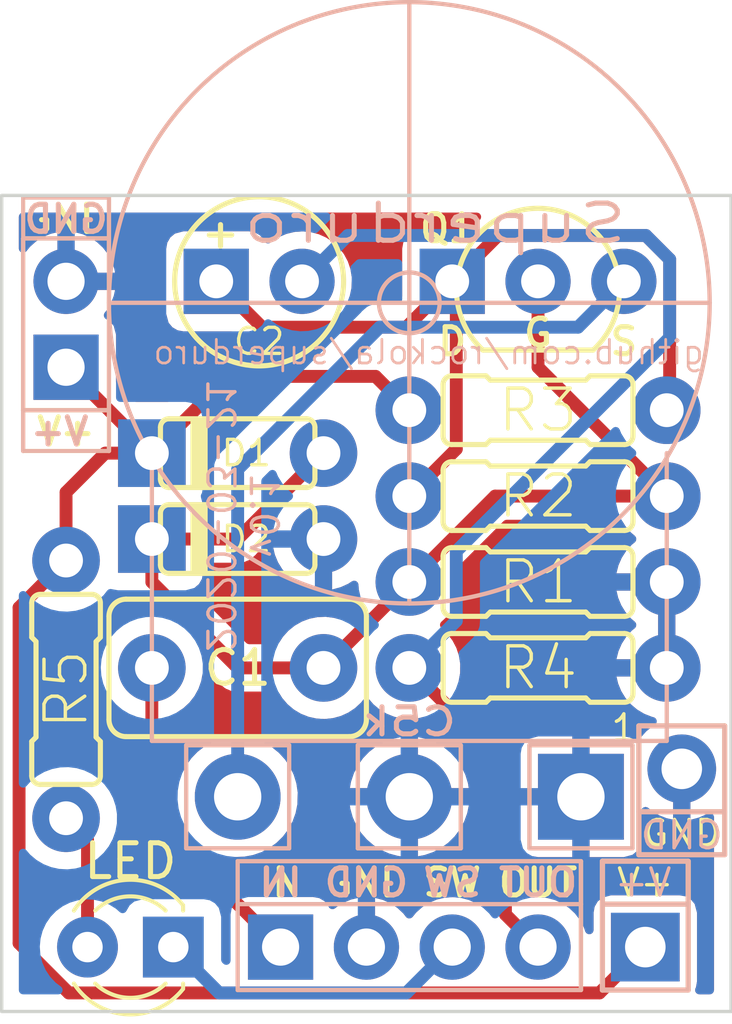
<source format=kicad_pcb>
(kicad_pcb (version 20200119) (host pcbnew "(5.99.0-1129-g103b0c18d)")

  (general
    (thickness 1.6)
    (drawings 5)
    (tracks 54)
    (modules 16)
    (nets 10)
  )

  (page "A4")
  (layers
    (0 "F.Cu" signal)
    (31 "B.Cu" signal)
    (32 "B.Adhes" user)
    (33 "F.Adhes" user)
    (34 "B.Paste" user)
    (35 "F.Paste" user)
    (36 "B.SilkS" user)
    (37 "F.SilkS" user)
    (38 "B.Mask" user)
    (39 "F.Mask" user)
    (40 "Dwgs.User" user)
    (41 "Cmts.User" user)
    (42 "Eco1.User" user)
    (43 "Eco2.User" user)
    (44 "Edge.Cuts" user)
    (45 "Margin" user)
    (46 "B.CrtYd" user)
    (47 "F.CrtYd" user)
    (48 "B.Fab" user)
    (49 "F.Fab" user)
  )

  (setup
    (stackup
      (layer "F.SilkS" (type "Top Silk Screen"))
      (layer "F.Paste" (type "Top Solder Paste"))
      (layer "F.Mask" (type "Top Solder Mask") (color "Green") (thickness 0.01))
      (layer "F.Cu" (type "copper") (thickness 0.035))
      (layer "dielectric 1" (type "core") (thickness 1.51) (material "FR4") (epsilon_r 4.5) (loss_tangent 0.02))
      (layer "B.Cu" (type "copper") (thickness 0.035))
      (layer "B.Mask" (type "Bottom Solder Mask") (color "Green") (thickness 0.01))
      (layer "B.Paste" (type "Bottom Solder Paste"))
      (layer "B.SilkS" (type "Bottom Silk Screen"))
      (copper_finish "None")
      (dielectric_constraints no)
    )
    (last_trace_width 0.381)
    (user_trace_width 0.381)
    (trace_clearance 0.2)
    (zone_clearance 0.508)
    (zone_45_only no)
    (trace_min 0.2)
    (via_size 0.8)
    (via_drill 0.4)
    (via_min_size 0.4)
    (via_min_drill 0.3)
    (uvia_size 0.3)
    (uvia_drill 0.1)
    (uvias_allowed no)
    (uvia_min_size 0.2)
    (uvia_min_drill 0.1)
    (max_error 0.005)
    (defaults
      (edge_clearance 0.01)
      (edge_cuts_line_width 0.05)
      (courtyard_line_width 0.05)
      (copper_line_width 0.2)
      (copper_text_dims (size 1.5 1.5) (thickness 0.3))
      (silk_line_width 0.12)
      (silk_text_dims (size 1 1) (thickness 0.15))
      (other_layers_line_width 0.1)
      (other_layers_text_dims (size 1 1) (thickness 0.15))
      (dimension_units 0)
      (dimension_precision 1)
    )
    (pad_size 1.524 1.524)
    (pad_drill 0.762)
    (pad_to_mask_clearance 0.051)
    (solder_mask_min_width 0.25)
    (aux_axis_origin 0 0)
    (visible_elements FFFFFF7F)
    (pcbplotparams
      (layerselection 0x010fc_ffffffff)
      (usegerberextensions true)
      (usegerberattributes false)
      (usegerberadvancedattributes false)
      (creategerberjobfile false)
      (excludeedgelayer true)
      (linewidth 0.100000)
      (plotframeref false)
      (viasonmask false)
      (mode 1)
      (useauxorigin false)
      (hpglpennumber 1)
      (hpglpenspeed 20)
      (hpglpendiameter 15.000000)
      (psnegative false)
      (psa4output false)
      (plotreference true)
      (plotvalue true)
      (plotinvisibletext false)
      (padsonsilk false)
      (subtractmaskfromsilk true)
      (outputformat 1)
      (mirror false)
      (drillshape 0)
      (scaleselection 1)
      (outputdirectory "Gerber/")
    )
  )

  (net 0 "")
  (net 1 "Net-(C1-Pad2)")
  (net 2 "IN")
  (net 3 "OUT")
  (net 4 "Net-(C2-Pad1)")
  (net 5 "+9V")
  (net 6 "GND")
  (net 7 "Net-(Q1-Pad3)")
  (net 8 "Net-(D3-Pad2)")
  (net 9 "LED-")

  (net_class "Default" "This is the default net class."
    (clearance 0.2)
    (trace_width 0.25)
    (via_dia 0.8)
    (via_drill 0.4)
    (uvia_dia 0.3)
    (uvia_drill 0.1)
    (add_net "+9V")
    (add_net "GND")
    (add_net "IN")
    (add_net "LED-")
    (add_net "Net-(C1-Pad2)")
    (add_net "Net-(C2-Pad1)")
    (add_net "Net-(D3-Pad2)")
    (add_net "Net-(Q1-Pad3)")
    (add_net "OUT")
  )

  (module "supply_pins:PAD1" (layer "F.Cu") (tedit 59787864) (tstamp edc1cc76-8466-4cac-86df-2124d0b40f21)
    (at 81.7245 67.7545)
    (descr "<b>Round Pad (w/label) - 80mil Diameter, 47mil Drill<b>")
    (path "/00000000-0000-0000-0000-00005e8362ac")
    (fp_text reference "J4" (at 0 1.905) (layer "F.SilkS") hide
      (effects (font (size 0.75 0.75) (thickness 0.1)))
    )
    (fp_text value "GND" (at 0 1.905) (layer "F.SilkS")
      (effects (font (size 0.75 0.75) (thickness 0.1)))
    )
    (fp_line (start -1.27 -1.27) (end 1.27 -1.27) (layer "F.SilkS") (width 0.1524))
    (fp_line (start 1.27 -1.27) (end 1.27 1.27) (layer "F.SilkS") (width 0.1524))
    (fp_line (start 1.27 1.27) (end -1.27 1.27) (layer "F.SilkS") (width 0.1524))
    (fp_line (start -1.27 1.27) (end -1.27 -1.27) (layer "F.SilkS") (width 0.1524))
    (fp_line (start -1.27 1.27) (end -1.27 2.54) (layer "F.SilkS") (width 0.1524))
    (fp_line (start -1.27 2.54) (end 1.27 2.54) (layer "F.SilkS") (width 0.1524))
    (fp_line (start 1.27 2.54) (end 1.27 1.27) (layer "F.SilkS") (width 0.1524))
    (fp_line (start 1.27 -1.27) (end -1.27 -1.27) (layer "B.SilkS") (width 0.1524))
    (fp_line (start -1.27 -1.27) (end -1.27 1.27) (layer "B.SilkS") (width 0.1524))
    (fp_line (start -1.27 1.27) (end 1.27 1.27) (layer "B.SilkS") (width 0.1524))
    (fp_line (start 1.27 1.27) (end 1.27 -1.27) (layer "B.SilkS") (width 0.1524))
    (fp_line (start 1.27 1.27) (end 1.27 2.54) (layer "B.SilkS") (width 0.1524))
    (fp_line (start 1.27 2.54) (end -1.27 2.54) (layer "B.SilkS") (width 0.1524))
    (fp_line (start -1.27 2.54) (end -1.27 1.27) (layer "B.SilkS") (width 0.1524))
    (pad "1" thru_hole oval (at 0 0) (size 2.032 2.032) (drill 1.2) (layers *.Cu *.Mask)
      (net 6 "GND") (tstamp 620916b4-d018-45ba-9d1a-7aa66d74fc7d))
  )

  (module "rockola_kicad_footprints:V+_TOP_TEXT" (layer "F.Cu") (tedit 5E75DDCC) (tstamp f1a0d9f3-eab2-47d6-977b-cc3c23c6f8a0)
    (at 80.645 73.025)
    (descr "<b>Square Pad (w/label) - 80mil Diameter, 47mil Drill<b>")
    (path "/00000000-0000-0000-0000-00005e82f8ef")
    (fp_text reference "J3" (at 0 1.905) (layer "F.SilkS") hide
      (effects (font (size 0.77216 0.77216) (thickness 0.065024)))
    )
    (fp_text value "Conn_01x01" (at 0 1.905) (layer "F.SilkS") hide
      (effects (font (size 0.75 0.75) (thickness 0.1)))
    )
    (fp_line (start 1.27 -2.54) (end 1.27 -1.27) (layer "B.SilkS") (width 0.1524))
    (fp_line (start -1.27 -2.54) (end 1.27 -2.54) (layer "B.SilkS") (width 0.1524))
    (fp_line (start -1.27 -1.27) (end -1.27 -2.54) (layer "B.SilkS") (width 0.1524))
    (fp_line (start -1.27 -1.27) (end -1.27 1.27) (layer "B.SilkS") (width 0.1524))
    (fp_line (start 1.27 -1.27) (end -1.27 -1.27) (layer "B.SilkS") (width 0.1524))
    (fp_line (start 1.27 1.27) (end 1.27 -1.27) (layer "B.SilkS") (width 0.1524))
    (fp_line (start -1.27 1.27) (end 1.27 1.27) (layer "B.SilkS") (width 0.1524))
    (fp_line (start -1.27 -2.54) (end -1.27 -1.27) (layer "F.SilkS") (width 0.1524))
    (fp_line (start 1.27 -2.54) (end -1.27 -2.54) (layer "F.SilkS") (width 0.1524))
    (fp_line (start 1.27 -1.27) (end 1.27 -2.54) (layer "F.SilkS") (width 0.1524))
    (fp_line (start 1.27 -1.27) (end 1.27 1.27) (layer "F.SilkS") (width 0.1524))
    (fp_line (start -1.27 -1.27) (end 1.27 -1.27) (layer "F.SilkS") (width 0.1524))
    (fp_line (start -1.27 1.27) (end -1.27 -1.27) (layer "F.SilkS") (width 0.1524))
    (fp_line (start 1.27 1.27) (end -1.27 1.27) (layer "F.SilkS") (width 0.1524))
    (fp_text user "V+" (at 0 -1.905 unlocked) (layer "F.SilkS")
      (effects (font (size 0.8 0.8) (thickness 0.1)))
    )
    (fp_text user "V+" (at -0.0635 -1.905 unlocked) (layer "B.SilkS")
      (effects (font (size 0.8 0.8) (thickness 0.1)) (justify mirror))
    )
    (pad "1" thru_hole rect (at 0 0 180) (size 2.032 2.032) (drill 1.2) (layers *.Cu *.Mask)
      (net 5 "+9V") (tstamp bdb99aa9-2905-4b4d-abe9-62200c1d9d91))
  )

  (module "rockola_kicad_footprints:16mm_BoardMount" (layer "F.Cu") (tedit 5E6A33B7) (tstamp 143a13dc-a10b-458e-8661-9c18c63cf5ae)
    (at 73.66 68.58)
    (descr "<b>16mm / Right-Angle /  PC Mount / Short Pin</b>\n<p>\nFor bottom-mount potentiometers\n<p>\n<a href=\"http://smallbear-electronics.mybigcommerce.com/alpha-single-gang-16mm-right-angle-pc-mount/\">http://smallbear-electronics.mybigcommerce.com/alpha-single-gang-16mm-right-angle-pc-mount/</a>")
    (path "/00000000-0000-0000-0000-00005e75d141")
    (fp_text reference "RV1" (at 0 -2.413) (layer "B.SilkS") hide
      (effects (font (size 1.2065 1.2065) (thickness 0.1524)) (justify mirror))
    )
    (fp_text value "C5k" (at 0 -2.2225) (layer "B.SilkS")
      (effects (font (size 0.8 1) (thickness 0.15)) (justify mirror))
    )
    (fp_text user "1" (at 0 0) (layer "B.SilkS")
      (effects (font (size 1 1) (thickness 0.1)) (justify mirror))
    )
    (fp_line (start 6.604 1.524) (end 6.604 -1.524) (layer "B.SilkS") (width 0.127))
    (fp_line (start 3.556 1.524) (end 6.604 1.524) (layer "B.SilkS") (width 0.127))
    (fp_line (start 3.556 -1.524) (end 3.556 1.524) (layer "B.SilkS") (width 0.127))
    (fp_line (start 1.524 1.524) (end 1.524 -1.524) (layer "B.SilkS") (width 0.127))
    (fp_line (start -1.524 1.524) (end 1.524 1.524) (layer "B.SilkS") (width 0.127))
    (fp_line (start -1.524 -1.524) (end -1.524 1.524) (layer "B.SilkS") (width 0.127))
    (fp_line (start -3.556 1.524) (end -3.556 -1.524) (layer "B.SilkS") (width 0.127))
    (fp_line (start -6.604 1.524) (end -3.556 1.524) (layer "B.SilkS") (width 0.127))
    (fp_line (start -6.604 -1.524) (end -6.604 1.524) (layer "B.SilkS") (width 0.127))
    (fp_line (start 3.556 -1.524) (end 6.604 -1.524) (layer "B.SilkS") (width 0.127))
    (fp_line (start -1.524 -1.524) (end 1.524 -1.524) (layer "B.SilkS") (width 0.127))
    (fp_line (start -6.604 -1.524) (end -3.556 -1.524) (layer "B.SilkS") (width 0.127))
    (fp_text user "1" (at 6.35 -2.032) (layer "F.SilkS")
      (effects (font (size 0.77216 0.77216) (thickness 0.1)))
    )
    (fp_line (start -7.62 -1.651) (end 7.62 -1.651) (layer "B.SilkS") (width 0.127))
    (fp_line (start -8.89 -14.605) (end 8.89 -14.605) (layer "B.SilkS") (width 0.127))
    (fp_line (start 0 -5.715) (end 0 -23.495) (layer "B.SilkS") (width 0.127))
    (fp_line (start 6.604 1.524) (end 6.604 -1.524) (layer "F.SilkS") (width 0.127))
    (fp_line (start 3.556 1.524) (end 6.604 1.524) (layer "F.SilkS") (width 0.127))
    (fp_line (start 3.556 -1.524) (end 3.556 1.524) (layer "F.SilkS") (width 0.127))
    (fp_line (start 1.524 1.524) (end 1.524 -1.524) (layer "F.SilkS") (width 0.127))
    (fp_line (start -1.524 1.524) (end 1.524 1.524) (layer "F.SilkS") (width 0.127))
    (fp_line (start -1.524 -1.524) (end -1.524 1.524) (layer "F.SilkS") (width 0.127))
    (fp_line (start -3.556 1.524) (end -3.556 -1.524) (layer "F.SilkS") (width 0.127))
    (fp_line (start -6.604 1.524) (end -3.556 1.524) (layer "F.SilkS") (width 0.127))
    (fp_line (start -6.604 -1.524) (end -6.604 1.524) (layer "F.SilkS") (width 0.127))
    (fp_line (start 7.62 -1.651) (end 7.62 -10.16) (layer "B.SilkS") (width 0.127))
    (fp_line (start 3.556 -1.524) (end 6.604 -1.524) (layer "F.SilkS") (width 0.127))
    (fp_line (start -1.524 -1.524) (end 1.524 -1.524) (layer "F.SilkS") (width 0.127))
    (fp_line (start -6.604 -1.524) (end -3.556 -1.524) (layer "F.SilkS") (width 0.127))
    (fp_line (start -7.62 -10.16) (end -7.62 -1.651) (layer "B.SilkS") (width 0.127))
    (fp_arc (start 0 -14.605) (end 0 -5.715) (angle 90) (layer "B.SilkS") (width 0.127))
    (fp_arc (start 0 -14.605) (end 8.89 -14.605) (angle 90) (layer "B.SilkS") (width 0.127))
    (fp_arc (start 0.000099 -14.605099) (end 0 -23.495) (angle 90.001289) (layer "B.SilkS") (width 0.127))
    (fp_arc (start -0.000099 -14.605099) (end -8.89 -14.605) (angle 90.001289) (layer "B.SilkS") (width 0.127))
    (fp_circle (center 0 -14.605) (end 0.898 -14.605) (layer "B.SilkS") (width 0.127))
    (pad "3" thru_hole oval (at -5.08 0 180) (size 2.54 2.54) (drill 1.4) (layers *.Cu *.Mask)
      (net 7 "Net-(Q1-Pad3)") (tstamp e36c5db7-1e4b-40e7-b448-9d8dd8516b89))
    (pad "2" thru_hole oval (at 0 0 180) (size 2.54 2.54) (drill 1.4) (layers *.Cu *.Mask)
      (net 6 "GND") (tstamp a187f13b-dbec-4fff-9ec7-8249ca92c1a9))
    (pad "1" thru_hole rect (at 5.08 0 180) (size 2.54 2.54) (drill 1.4) (layers *.Cu *.Mask)
      (net 6 "GND") (tstamp b6560b8a-1838-4327-925b-65f52acad80b))
    (model "/electronics/3D Models/potentiometer(RV16AF-41).STEP"
      (offset (xyz 0 15.5 -3.85))
      (scale (xyz 1 1 1))
      (rotate (xyz 0 180 0))
    )
  )

  (module "rockola_kicad_footprints:Power_Header_2pin_VERTICAL" (layer "F.Cu") (tedit 5E6CB1EB) (tstamp ff9fc2f6-85d8-4c6d-9135-449a7e0348b8)
    (at 64.77 54.61)
    (path "/00000000-0000-0000-0000-00005e75d11d")
    (fp_text reference "J2" (at 2.032 0 90) (layer "B.SilkS") hide
      (effects (font (size 0.8 0.8) (thickness 0.15)) (justify mirror))
    )
    (fp_text value "Conn_01x02" (at 2.032 0 90) (layer "F.SilkS") hide
      (effects (font (size 0.8 0.8) (thickness 0.15)))
    )
    (fp_line (start -2.54 2.54) (end -2.54 -2.54) (layer "F.SilkS") (width 0.127))
    (fp_line (start 0 -2.54) (end 0 2.54) (layer "F.SilkS") (width 0.127))
    (fp_line (start 0 2.54) (end -2.54 2.54) (layer "F.SilkS") (width 0.127))
    (fp_line (start 0 -2.54) (end -2.54 -2.54) (layer "F.SilkS") (width 0.127))
    (fp_line (start 0 2.54) (end 0 3.7465) (layer "F.SilkS") (width 0.127))
    (fp_line (start -2.54 -2.54) (end -2.54 2.54) (layer "B.SilkS") (width 0.127))
    (fp_line (start 0 2.54) (end 0 -2.54) (layer "B.SilkS") (width 0.127))
    (fp_line (start 0 -2.54) (end -2.54 -2.54) (layer "B.SilkS") (width 0.127))
    (fp_line (start 0 2.54) (end -2.54 2.54) (layer "B.SilkS") (width 0.127))
    (fp_line (start 0 -2.54) (end 0 -3.7465) (layer "B.SilkS") (width 0.127))
    (fp_line (start -2.54 2.54) (end -2.54 3.7465) (layer "B.SilkS") (width 0.127))
    (fp_text user "V+" (at -1.27 3.175 unlocked) (layer "F.SilkS")
      (effects (font (size 0.8 0.8) (thickness 0.15)))
    )
    (fp_text user "GND" (at -1.27 -3.1115 unlocked) (layer "F.SilkS")
      (effects (font (size 0.8 0.8) (thickness 0.15)))
    )
    (fp_text user "V+" (at -1.4605 3.175 unlocked) (layer "B.SilkS")
      (effects (font (size 0.8 0.8) (thickness 0.15)) (justify mirror))
    )
    (fp_text user "GND" (at -1.27 -3.1115 unlocked) (layer "B.SilkS")
      (effects (font (size 0.8 0.8) (thickness 0.15)) (justify mirror))
    )
    (fp_line (start 0 -2.54) (end 0 -3.7465) (layer "F.SilkS") (width 0.12))
    (fp_line (start 0 -3.7465) (end -2.54 -3.7465) (layer "F.SilkS") (width 0.12))
    (fp_line (start -2.54 -3.7465) (end -2.54 -2.54) (layer "F.SilkS") (width 0.12))
    (fp_line (start -2.54 -2.54) (end -2.54 -3.7465) (layer "B.SilkS") (width 0.12))
    (fp_line (start -2.54 -3.7465) (end 0 -3.7465) (layer "B.SilkS") (width 0.12))
    (fp_line (start 0 2.54) (end 0 3.7465) (layer "B.SilkS") (width 0.12))
    (fp_line (start 0 3.7465) (end -2.54 3.7465) (layer "B.SilkS") (width 0.12))
    (fp_line (start -2.54 2.54) (end -2.54 3.7465) (layer "B.SilkS") (width 0.12))
    (fp_line (start 0 3.7465) (end -2.54 3.7465) (layer "F.SilkS") (width 0.12))
    (fp_line (start -2.54 3.7465) (end -2.54 2.54) (layer "F.SilkS") (width 0.12))
    (pad "2" thru_hole oval (at -1.27 -1.27 90) (size 1.9304 1.9304) (drill 1.1) (layers *.Cu *.Mask)
      (net 6 "GND") (tstamp 055185f3-7438-4928-bce1-be93bb4189fb))
    (pad "1" thru_hole rect (at -1.27 1.27 90) (size 1.9304 1.9304) (drill 1.1) (layers *.Cu *.Mask)
      (net 5 "+9V") (tstamp e3e8c94d-408f-41b6-8503-e080767c06d4))
  )

  (module "rockola_kicad_footprints:TO92_DGS" (layer "F.Cu") (tedit 5E75D4AF) (tstamp ba291e0e-3846-45a3-9750-b3c438757525)
    (at 77.47 53.34)
    (path "/00000000-0000-0000-0000-00005e75d159")
    (fp_text reference "Q1" (at -1.778 -2.032) (layer "F.SilkS")
      (effects (font (size 0.8 0.8) (thickness 0.15)) (justify right top))
    )
    (fp_text value "BS170" (at 0 0) (layer "F.SilkS") hide
      (effects (font (size 1 1) (thickness 0.1)))
    )
    (fp_text user "G" (at 0 1.524 unlocked) (layer "F.SilkS")
      (effects (font (size 0.8 0.8) (thickness 0.15)))
    )
    (fp_text user "S" (at 2.54 1.778 unlocked) (layer "F.SilkS")
      (effects (font (size 0.8 0.8) (thickness 0.15)))
    )
    (fp_text user "D" (at -2.54 1.778 unlocked) (layer "F.SilkS")
      (effects (font (size 0.8 0.8) (thickness 0.15)))
    )
    (fp_line (start -1.6313 2.032017) (end 1.6307 2.032017) (layer "F.SilkS") (width 0.1524))
    (fp_arc (start -0.0006 0.254) (end 0.9686 -1.955783) (angle 113.782137) (layer "F.SilkS") (width 0.1524))
    (fp_arc (start 0 0.254) (end -1.6313 2.032017) (angle 113.782137) (layer "F.SilkS") (width 0.1524))
    (fp_arc (start -0.0003 0.254017) (end -0.9695 -1.955783) (angle 47.363718) (layer "F.SilkS") (width 0.1524))
    (pad "3" thru_hole oval (at 2.54 0 180) (size 1.9304 1.9304) (drill 1) (layers *.Cu *.Mask)
      (net 7 "Net-(Q1-Pad3)") (tstamp 18aac572-0dee-4e8c-aeff-fe9b31c7ef8c))
    (pad "2" thru_hole oval (at 0 0 180) (size 1.9304 1.9304) (drill 1) (layers *.Cu *.Mask)
      (net 1 "Net-(C1-Pad2)") (tstamp 804618a1-3ba6-4f96-836b-39fbb32dc8fa))
    (pad "1" thru_hole rect (at -2.54 0 180) (size 1.9304 1.9304) (drill 1) (layers *.Cu *.Mask)
      (net 4 "Net-(C2-Pad1)") (tstamp 67543084-42ce-4ce8-91a5-5ed5094b72a2))
    (model "${KISYS3DMOD}/Package_TO_SOT_THT.3dshapes/TO-92_Inline_Wide.wrl"
      (offset (xyz -2.54 0 0))
      (scale (xyz 1 1 1))
      (rotate (xyz 0 0 0))
    )
  )

  (module "resistors:0.3%22.B" (layer "F.Cu") (tedit 0) (tstamp 69cbe298-6cd0-4c5c-b080-e0c3eb47eb5a)
    (at 63.5 65.405 90)
    (descr "0.3\"  (7.62mm) lead spacing, 1/4W (flat)")
    (path "/00000000-0000-0000-0000-00005e802098")
    (fp_text reference "R5" (at 0 0 90) (layer "F.SilkS")
      (effects (font (size 1.2065 1.2065) (thickness 0.1016)))
    )
    (fp_text value "4k7" (at 0 0 90) (layer "F.SilkS") hide
      (effects (font (size 1.524 1.524) (thickness 0.15)))
    )
    (fp_arc (start -2.556 -0.762) (end -2.81 -0.762) (angle 90) (layer "F.SilkS") (width 0.1524))
    (fp_arc (start -2.556 0.762) (end -2.81 0.762) (angle -90) (layer "F.SilkS") (width 0.1524))
    (fp_arc (start 2.556 0.762) (end 2.556 1.016) (angle -90) (layer "F.SilkS") (width 0.1524))
    (fp_arc (start 2.556 -0.762) (end 2.556 -1.016) (angle 90) (layer "F.SilkS") (width 0.1524))
    (fp_line (start -2.81 0.762) (end -2.81 -0.762) (layer "F.SilkS") (width 0.1524))
    (fp_line (start -2.556 -1.016) (end -1.54 -1.016) (layer "F.SilkS") (width 0.1524))
    (fp_line (start -1.413 -0.889) (end -1.54 -1.016) (layer "F.SilkS") (width 0.1524))
    (fp_line (start -2.556 1.016) (end -1.54 1.016) (layer "F.SilkS") (width 0.1524))
    (fp_line (start -1.413 0.889) (end -1.54 1.016) (layer "F.SilkS") (width 0.1524))
    (fp_line (start 1.413 -0.889) (end 1.54 -1.016) (layer "F.SilkS") (width 0.1524))
    (fp_line (start 1.413 -0.889) (end -1.413 -0.889) (layer "F.SilkS") (width 0.1524))
    (fp_line (start 1.413 0.889) (end 1.54 1.016) (layer "F.SilkS") (width 0.1524))
    (fp_line (start 1.413 0.889) (end -1.413 0.889) (layer "F.SilkS") (width 0.1524))
    (fp_line (start 2.556 -1.016) (end 1.54 -1.016) (layer "F.SilkS") (width 0.1524))
    (fp_line (start 2.556 1.016) (end 1.54 1.016) (layer "F.SilkS") (width 0.1524))
    (fp_line (start 2.81 0.762) (end 2.81 -0.762) (layer "F.SilkS") (width 0.1524))
    (pad "2" thru_hole oval (at 3.81 0 90) (size 2 2) (drill 1) (layers *.Cu *.Mask)
      (net 5 "+9V") (tstamp 55d74871-cead-4c05-8b71-94cfc7272b8d))
    (pad "1" thru_hole oval (at -3.81 0 90) (size 2 2) (drill 1) (layers *.Cu *.Mask)
      (net 8 "Net-(D3-Pad2)") (tstamp 2ab7aa8b-1d0f-499a-b8c9-4748d4ec617c))
  )

  (module "resistors:0.3%22.B" (layer "F.Cu") (tedit 0) (tstamp e3780d54-f014-4623-bc1d-eb47ca77be72)
    (at 77.47 64.77)
    (descr "0.3\"  (7.62mm) lead spacing, 1/4W (flat)")
    (path "/00000000-0000-0000-0000-00005e75d0f9")
    (fp_text reference "R4" (at 0 0) (layer "F.SilkS")
      (effects (font (size 1.2065 1.2065) (thickness 0.1016)))
    )
    (fp_text value "100k" (at 0 0) (layer "F.SilkS") hide
      (effects (font (size 1.524 1.524) (thickness 0.15)))
    )
    (fp_arc (start -2.556 -0.762) (end -2.81 -0.762) (angle 90) (layer "F.SilkS") (width 0.1524))
    (fp_arc (start -2.556 0.762) (end -2.81 0.762) (angle -90) (layer "F.SilkS") (width 0.1524))
    (fp_arc (start 2.556 0.762) (end 2.556 1.016) (angle -90) (layer "F.SilkS") (width 0.1524))
    (fp_arc (start 2.556 -0.762) (end 2.556 -1.016) (angle 90) (layer "F.SilkS") (width 0.1524))
    (fp_line (start -2.81 0.762) (end -2.81 -0.762) (layer "F.SilkS") (width 0.1524))
    (fp_line (start -2.556 -1.016) (end -1.54 -1.016) (layer "F.SilkS") (width 0.1524))
    (fp_line (start -1.413 -0.889) (end -1.54 -1.016) (layer "F.SilkS") (width 0.1524))
    (fp_line (start -2.556 1.016) (end -1.54 1.016) (layer "F.SilkS") (width 0.1524))
    (fp_line (start -1.413 0.889) (end -1.54 1.016) (layer "F.SilkS") (width 0.1524))
    (fp_line (start 1.413 -0.889) (end 1.54 -1.016) (layer "F.SilkS") (width 0.1524))
    (fp_line (start 1.413 -0.889) (end -1.413 -0.889) (layer "F.SilkS") (width 0.1524))
    (fp_line (start 1.413 0.889) (end 1.54 1.016) (layer "F.SilkS") (width 0.1524))
    (fp_line (start 1.413 0.889) (end -1.413 0.889) (layer "F.SilkS") (width 0.1524))
    (fp_line (start 2.556 -1.016) (end 1.54 -1.016) (layer "F.SilkS") (width 0.1524))
    (fp_line (start 2.556 1.016) (end 1.54 1.016) (layer "F.SilkS") (width 0.1524))
    (fp_line (start 2.81 0.762) (end 2.81 -0.762) (layer "F.SilkS") (width 0.1524))
    (pad "2" thru_hole oval (at 3.81 0) (size 2 2) (drill 1) (layers *.Cu *.Mask)
      (net 6 "GND") (tstamp 2c2de902-2cd1-47b6-a7b6-4f31c03173a2))
    (pad "1" thru_hole oval (at -3.81 0) (size 2 2) (drill 1) (layers *.Cu *.Mask)
      (net 3 "OUT") (tstamp 842b0b1e-5801-407d-baa0-0f8274ddd2de))
  )

  (module "resistors:0.3%22.B" (layer "F.Cu") (tedit 0) (tstamp 577246a0-a88b-4c95-9c35-f29d81de590c)
    (at 77.47 57.15)
    (descr "0.3\"  (7.62mm) lead spacing, 1/4W (flat)")
    (path "/00000000-0000-0000-0000-00005e75d0ed")
    (fp_text reference "R3" (at 0 0) (layer "F.SilkS")
      (effects (font (size 1.2065 1.2065) (thickness 0.1016)))
    )
    (fp_text value "5k1" (at 0 0) (layer "F.SilkS") hide
      (effects (font (size 1.524 1.524) (thickness 0.15)))
    )
    (fp_arc (start -2.556 -0.762) (end -2.81 -0.762) (angle 90) (layer "F.SilkS") (width 0.1524))
    (fp_arc (start -2.556 0.762) (end -2.81 0.762) (angle -90) (layer "F.SilkS") (width 0.1524))
    (fp_arc (start 2.556 0.762) (end 2.556 1.016) (angle -90) (layer "F.SilkS") (width 0.1524))
    (fp_arc (start 2.556 -0.762) (end 2.556 -1.016) (angle 90) (layer "F.SilkS") (width 0.1524))
    (fp_line (start -2.81 0.762) (end -2.81 -0.762) (layer "F.SilkS") (width 0.1524))
    (fp_line (start -2.556 -1.016) (end -1.54 -1.016) (layer "F.SilkS") (width 0.1524))
    (fp_line (start -1.413 -0.889) (end -1.54 -1.016) (layer "F.SilkS") (width 0.1524))
    (fp_line (start -2.556 1.016) (end -1.54 1.016) (layer "F.SilkS") (width 0.1524))
    (fp_line (start -1.413 0.889) (end -1.54 1.016) (layer "F.SilkS") (width 0.1524))
    (fp_line (start 1.413 -0.889) (end 1.54 -1.016) (layer "F.SilkS") (width 0.1524))
    (fp_line (start 1.413 -0.889) (end -1.413 -0.889) (layer "F.SilkS") (width 0.1524))
    (fp_line (start 1.413 0.889) (end 1.54 1.016) (layer "F.SilkS") (width 0.1524))
    (fp_line (start 1.413 0.889) (end -1.413 0.889) (layer "F.SilkS") (width 0.1524))
    (fp_line (start 2.556 -1.016) (end 1.54 -1.016) (layer "F.SilkS") (width 0.1524))
    (fp_line (start 2.556 1.016) (end 1.54 1.016) (layer "F.SilkS") (width 0.1524))
    (fp_line (start 2.81 0.762) (end 2.81 -0.762) (layer "F.SilkS") (width 0.1524))
    (pad "2" thru_hole oval (at 3.81 0) (size 2 2) (drill 1) (layers *.Cu *.Mask)
      (net 4 "Net-(C2-Pad1)") (tstamp 8bdebf78-1407-46b0-b3b6-8a2085134f36))
    (pad "1" thru_hole oval (at -3.81 0) (size 2 2) (drill 1) (layers *.Cu *.Mask)
      (net 5 "+9V") (tstamp a1f540a4-5797-4225-a82c-c70d9619ebe9))
  )

  (module "resistors:0.3%22.B" (layer "F.Cu") (tedit 0) (tstamp ba14279f-f4c7-4f2c-be30-efa23f322da3)
    (at 77.47 59.69)
    (descr "0.3\"  (7.62mm) lead spacing, 1/4W (flat)")
    (path "/00000000-0000-0000-0000-00005e75d0d5")
    (fp_text reference "R2" (at 0 0) (layer "F.SilkS")
      (effects (font (size 1.2065 1.2065) (thickness 0.1016)))
    )
    (fp_text value "10M" (at 0 0) (layer "F.SilkS") hide
      (effects (font (size 1.524 1.524) (thickness 0.15)))
    )
    (fp_arc (start -2.556 -0.762) (end -2.81 -0.762) (angle 90) (layer "F.SilkS") (width 0.1524))
    (fp_arc (start -2.556 0.762) (end -2.81 0.762) (angle -90) (layer "F.SilkS") (width 0.1524))
    (fp_arc (start 2.556 0.762) (end 2.556 1.016) (angle -90) (layer "F.SilkS") (width 0.1524))
    (fp_arc (start 2.556 -0.762) (end 2.556 -1.016) (angle 90) (layer "F.SilkS") (width 0.1524))
    (fp_line (start -2.81 0.762) (end -2.81 -0.762) (layer "F.SilkS") (width 0.1524))
    (fp_line (start -2.556 -1.016) (end -1.54 -1.016) (layer "F.SilkS") (width 0.1524))
    (fp_line (start -1.413 -0.889) (end -1.54 -1.016) (layer "F.SilkS") (width 0.1524))
    (fp_line (start -2.556 1.016) (end -1.54 1.016) (layer "F.SilkS") (width 0.1524))
    (fp_line (start -1.413 0.889) (end -1.54 1.016) (layer "F.SilkS") (width 0.1524))
    (fp_line (start 1.413 -0.889) (end 1.54 -1.016) (layer "F.SilkS") (width 0.1524))
    (fp_line (start 1.413 -0.889) (end -1.413 -0.889) (layer "F.SilkS") (width 0.1524))
    (fp_line (start 1.413 0.889) (end 1.54 1.016) (layer "F.SilkS") (width 0.1524))
    (fp_line (start 1.413 0.889) (end -1.413 0.889) (layer "F.SilkS") (width 0.1524))
    (fp_line (start 2.556 -1.016) (end 1.54 -1.016) (layer "F.SilkS") (width 0.1524))
    (fp_line (start 2.556 1.016) (end 1.54 1.016) (layer "F.SilkS") (width 0.1524))
    (fp_line (start 2.81 0.762) (end 2.81 -0.762) (layer "F.SilkS") (width 0.1524))
    (pad "2" thru_hole oval (at 3.81 0) (size 2 2) (drill 1) (layers *.Cu *.Mask)
      (net 1 "Net-(C1-Pad2)") (tstamp f20d1d79-4f7b-4a9c-98a2-d7b7bac8c2a5))
    (pad "1" thru_hole oval (at -3.81 0) (size 2 2) (drill 1) (layers *.Cu *.Mask)
      (net 4 "Net-(C2-Pad1)") (tstamp b2845930-63ac-4e1e-8cd0-9a59f776441c))
  )

  (module "resistors:0.3%22.B" (layer "F.Cu") (tedit 0) (tstamp e9f71961-5f7a-4d74-996f-72f891061e1f)
    (at 77.47 62.23)
    (descr "0.3\"  (7.62mm) lead spacing, 1/4W (flat)")
    (path "/00000000-0000-0000-0000-00005e75d0e1")
    (fp_text reference "R1" (at 0 0) (layer "F.SilkS")
      (effects (font (size 1.2065 1.2065) (thickness 0.1016)))
    )
    (fp_text value "10M" (at 0 0) (layer "F.SilkS") hide
      (effects (font (size 1.524 1.524) (thickness 0.15)))
    )
    (fp_arc (start -2.556 -0.762) (end -2.81 -0.762) (angle 90) (layer "F.SilkS") (width 0.1524))
    (fp_arc (start -2.556 0.762) (end -2.81 0.762) (angle -90) (layer "F.SilkS") (width 0.1524))
    (fp_arc (start 2.556 0.762) (end 2.556 1.016) (angle -90) (layer "F.SilkS") (width 0.1524))
    (fp_arc (start 2.556 -0.762) (end 2.556 -1.016) (angle 90) (layer "F.SilkS") (width 0.1524))
    (fp_line (start -2.81 0.762) (end -2.81 -0.762) (layer "F.SilkS") (width 0.1524))
    (fp_line (start -2.556 -1.016) (end -1.54 -1.016) (layer "F.SilkS") (width 0.1524))
    (fp_line (start -1.413 -0.889) (end -1.54 -1.016) (layer "F.SilkS") (width 0.1524))
    (fp_line (start -2.556 1.016) (end -1.54 1.016) (layer "F.SilkS") (width 0.1524))
    (fp_line (start -1.413 0.889) (end -1.54 1.016) (layer "F.SilkS") (width 0.1524))
    (fp_line (start 1.413 -0.889) (end 1.54 -1.016) (layer "F.SilkS") (width 0.1524))
    (fp_line (start 1.413 -0.889) (end -1.413 -0.889) (layer "F.SilkS") (width 0.1524))
    (fp_line (start 1.413 0.889) (end 1.54 1.016) (layer "F.SilkS") (width 0.1524))
    (fp_line (start 1.413 0.889) (end -1.413 0.889) (layer "F.SilkS") (width 0.1524))
    (fp_line (start 2.556 -1.016) (end 1.54 -1.016) (layer "F.SilkS") (width 0.1524))
    (fp_line (start 2.556 1.016) (end 1.54 1.016) (layer "F.SilkS") (width 0.1524))
    (fp_line (start 2.81 0.762) (end 2.81 -0.762) (layer "F.SilkS") (width 0.1524))
    (pad "2" thru_hole oval (at 3.81 0) (size 2 2) (drill 1) (layers *.Cu *.Mask)
      (net 6 "GND") (tstamp 065b9a56-e95d-4562-8561-3ae57a6d47b7))
    (pad "1" thru_hole oval (at -3.81 0) (size 2 2) (drill 1) (layers *.Cu *.Mask)
      (net 1 "Net-(C1-Pad2)") (tstamp 6ea18e06-4924-4461-a5f9-97e61f34f51e))
  )

  (module "rockola_kicad_footprints:Stomp_4pin" (layer "F.Cu") (tedit 5E650581) (tstamp d3e9538b-ef6f-48be-b111-9752662d9a50)
    (at 73.66 73.025)
    (path "/00000000-0000-0000-0000-00005e7ed44e")
    (fp_text reference "J1" (at 0 -3.302) (layer "B.SilkS") hide
      (effects (font (size 0.9652 0.9652) (thickness 0.08128)) (justify mirror))
    )
    (fp_text value "Stomp_Connector" (at 0 0) (layer "F.SilkS") hide
      (effects (font (size 1.524 1.524) (thickness 0.15)))
    )
    (fp_line (start -5.08 -1.27) (end 5.08 -1.27) (layer "F.SilkS") (width 0.127))
    (fp_line (start 5.08 1.27) (end -5.08 1.27) (layer "F.SilkS") (width 0.127))
    (fp_line (start -5.08 1.27) (end -5.08 -1.27) (layer "F.SilkS") (width 0.127))
    (fp_line (start 5.08 1.27) (end 5.08 -1.27) (layer "F.SilkS") (width 0.127))
    (fp_line (start 5.08 -2.54) (end -5.08 -2.54) (layer "F.SilkS") (width 0.127))
    (fp_line (start -5.08 -1.27) (end -5.08 -2.54) (layer "F.SilkS") (width 0.127))
    (fp_line (start 5.08 -1.27) (end 5.08 -2.54) (layer "F.SilkS") (width 0.127))
    (fp_line (start 5.08 -1.27) (end -5.08 -1.27) (layer "B.SilkS") (width 0.127))
    (fp_line (start -5.08 1.27) (end 5.08 1.27) (layer "B.SilkS") (width 0.127))
    (fp_line (start 5.08 1.27) (end 5.08 -1.27) (layer "B.SilkS") (width 0.127))
    (fp_line (start -5.08 1.27) (end -5.08 -1.27) (layer "B.SilkS") (width 0.127))
    (fp_line (start -5.08 -2.54) (end 5.08 -2.54) (layer "B.SilkS") (width 0.127))
    (fp_line (start 5.08 -1.27) (end 5.08 -2.54) (layer "B.SilkS") (width 0.127))
    (fp_line (start -5.08 -1.27) (end -5.08 -2.54) (layer "B.SilkS") (width 0.127))
    (fp_text user "IN" (at -3.81 -1.905 unlocked) (layer "F.SilkS")
      (effects (font (size 0.8 0.8) (thickness 0.15)))
    )
    (fp_text user "GND" (at -1.27 -1.905 unlocked) (layer "F.SilkS")
      (effects (font (size 0.8 0.8) (thickness 0.15)))
    )
    (fp_text user "SW" (at 1.27 -1.905 unlocked) (layer "F.SilkS")
      (effects (font (size 0.8 0.8) (thickness 0.15)))
    )
    (fp_text user "OUT" (at 3.81 -1.905 unlocked) (layer "F.SilkS")
      (effects (font (size 0.8 0.8) (thickness 0.15)))
    )
    (fp_text user "IN" (at -3.81 -1.905 unlocked) (layer "B.SilkS")
      (effects (font (size 0.8 0.8) (thickness 0.15)) (justify mirror))
    )
    (fp_text user "GND" (at -1.27 -1.905 unlocked) (layer "B.SilkS")
      (effects (font (size 0.8 0.8) (thickness 0.15)) (justify mirror))
    )
    (fp_text user "SW" (at 1.27 -1.905 unlocked) (layer "B.SilkS")
      (effects (font (size 0.8 0.8) (thickness 0.15)) (justify mirror))
    )
    (fp_text user "OUT" (at 3.81 -1.905 unlocked) (layer "B.SilkS")
      (effects (font (size 0.8 0.8) (thickness 0.15)) (justify mirror))
    )
    (pad "4" thru_hole oval (at 3.81 0) (size 1.9304 1.9304) (drill 1.1) (layers *.Cu *.Mask)
      (net 3 "OUT") (tstamp fcbd7ac0-7e52-42c8-97e5-1933d1a132ba))
    (pad "3" thru_hole oval (at 1.27 0) (size 1.9304 1.9304) (drill 1.1) (layers *.Cu *.Mask)
      (net 9 "LED-") (tstamp 3f0f2856-6a13-4389-8a1a-22ba4e703574))
    (pad "2" thru_hole oval (at -1.27 0) (size 1.9304 1.9304) (drill 1.1) (layers *.Cu *.Mask)
      (net 6 "GND") (tstamp f50f13b8-75bb-4f48-890f-34f1ef343a0b))
    (pad "1" thru_hole rect (at -3.81 0) (size 1.9304 1.9304) (drill 1.1) (layers *.Cu *.Mask)
      (net 2 "IN") (tstamp 4c88a45c-ef33-4040-9ac6-64028811f3a6))
  )

  (module "LED_THT:LED_D3.0mm" (layer "F.Cu") (tedit 587A3A7B) (tstamp a7cf0731-9301-46f0-ab2b-38610f62de8b)
    (at 66.675 73.025 180)
    (descr "LED, diameter 3.0mm, 2 pins")
    (tags "LED diameter 3.0mm 2 pins")
    (path "/00000000-0000-0000-0000-00005e800ffd")
    (fp_text reference "D3" (at 1.27 -2.96) (layer "F.SilkS") hide
      (effects (font (size 1 1) (thickness 0.15)))
    )
    (fp_text value "LED" (at 1.27 2.54) (layer "F.SilkS")
      (effects (font (size 1 1) (thickness 0.15)))
    )
    (fp_arc (start 1.27 0) (end -0.23 -1.16619) (angle 284.3) (layer "F.Fab") (width 0.1))
    (fp_arc (start 1.27 0) (end -0.29 -1.235516) (angle 108.8) (layer "F.SilkS") (width 0.12))
    (fp_arc (start 1.27 0) (end -0.29 1.235516) (angle -108.8) (layer "F.SilkS") (width 0.12))
    (fp_arc (start 1.27 0) (end 0.229039 -1.08) (angle 87.9) (layer "F.SilkS") (width 0.12))
    (fp_arc (start 1.27 0) (end 0.229039 1.08) (angle -87.9) (layer "F.SilkS") (width 0.12))
    (fp_circle (center 1.27 0) (end 2.77 0) (layer "F.Fab") (width 0.1))
    (fp_line (start -0.23 -1.16619) (end -0.23 1.16619) (layer "F.Fab") (width 0.1))
    (fp_line (start -0.29 -1.236) (end -0.29 -1.08) (layer "F.SilkS") (width 0.12))
    (fp_line (start -0.29 1.08) (end -0.29 1.236) (layer "F.SilkS") (width 0.12))
    (fp_line (start -1.15 -2.25) (end -1.15 2.25) (layer "F.CrtYd") (width 0.05))
    (fp_line (start -1.15 2.25) (end 3.7 2.25) (layer "F.CrtYd") (width 0.05))
    (fp_line (start 3.7 2.25) (end 3.7 -2.25) (layer "F.CrtYd") (width 0.05))
    (fp_line (start 3.7 -2.25) (end -1.15 -2.25) (layer "F.CrtYd") (width 0.05))
    (pad "2" thru_hole circle (at 2.54 0 180) (size 1.8 1.8) (drill 0.9) (layers *.Cu *.Mask)
      (net 8 "Net-(D3-Pad2)") (tstamp de09fc81-8040-476d-9622-f5a5a386162d))
    (pad "1" thru_hole rect (at 0 0 180) (size 1.8 1.8) (drill 0.9) (layers *.Cu *.Mask)
      (net 9 "LED-") (tstamp 1e79b915-a94b-488e-b4c7-5e4d69177e8b))
    (model "${KISYS3DMOD}/LED_THT.3dshapes/LED_D3.0mm.wrl"
      (at (xyz 0 0 0))
      (scale (xyz 1 1 1))
      (rotate (xyz 0 0 0))
    )
  )

  (module "diodes:DO35-2" (layer "F.Cu") (tedit 5DF7F929) (tstamp 17f39676-cfa2-47f2-983f-58d9f31d0f0d)
    (at 68.58 60.96)
    (descr "<b>DO-35 0.2\" pad spacing</b>")
    (path "/00000000-0000-0000-0000-00005e75d111")
    (fp_text reference "D2" (at 0.254 0) (layer "F.SilkS")
      (effects (font (size 0.75 0.75) (thickness 0.1)))
    )
    (fp_text value "1N4148" (at 0 0) (layer "F.SilkS") hide
      (effects (font (size 1 1) (thickness 0.1)))
    )
    (fp_arc (start 2.032 -0.762) (end 2.032 -1.016) (angle 90) (layer "F.SilkS") (width 0.1524))
    (fp_line (start 2.286 -0.762) (end 2.286 0.762) (layer "F.SilkS") (width 0.1524))
    (fp_arc (start 2.032 0.762) (end 2.032 1.016) (angle -90) (layer "F.SilkS") (width 0.1524))
    (fp_arc (start -2.032 -0.762) (end -2.286 -0.762) (angle 90) (layer "F.SilkS") (width 0.1524))
    (fp_arc (start -2.032 0.762) (end -2.286 0.762) (angle -90) (layer "F.SilkS") (width 0.1524))
    (fp_line (start -2.032 1.016) (end 2.032 1.016) (layer "F.SilkS") (width 0.1524))
    (fp_line (start -2.286 -0.762) (end -2.286 0.762) (layer "F.SilkS") (width 0.1524))
    (fp_line (start -2.032 -1.016) (end 2.032 -1.016) (layer "F.SilkS") (width 0.1524))
    (fp_line (start -2.54 0) (end -2.4638 0) (layer "Dwgs.User") (width 0.508))
    (fp_line (start 2.54 0) (end 2.4638 0) (layer "Dwgs.User") (width 0.508))
    (fp_poly (pts (xy -1.397 1.016) (xy -0.889 1.016) (xy -0.889 -1.016) (xy -1.397 -1.016)) (layer "F.SilkS") (width 0))
    (pad "1" thru_hole rect (at -2.54 0) (size 2 2) (drill 1) (layers *.Cu *.Mask)
      (net 1 "Net-(C1-Pad2)") (tstamp 9d06c3f7-55f3-485e-a51b-dee7346418f4))
    (pad "2" thru_hole oval (at 2.54 0) (size 2 2) (drill 1) (layers *.Cu *.Mask)
      (net 6 "GND") (tstamp 1ceb8a30-72b4-4360-b063-8a18d06ff462))
    (model "${KISYS3DMOD}/Diode_THT.3dshapes/D_DO-35_SOD27_P7.62mm_Horizontal.wrl"
      (offset (xyz -2.5 0 -0.4))
      (scale (xyz 0.65 1 1))
      (rotate (xyz 0 0 0))
    )
  )

  (module "diodes:DO35-2" (layer "F.Cu") (tedit 5DF7F929) (tstamp 837ee239-49e1-4ff7-9b48-7fdc90d762bd)
    (at 68.58 58.42)
    (descr "<b>DO-35 0.2\" pad spacing</b>")
    (path "/00000000-0000-0000-0000-00005e75d105")
    (fp_text reference "D1" (at 0.254 0) (layer "F.SilkS")
      (effects (font (size 0.75 0.75) (thickness 0.1)))
    )
    (fp_text value "1N4148" (at 0 0) (layer "F.SilkS") hide
      (effects (font (size 1 1) (thickness 0.1)))
    )
    (fp_arc (start 2.032 -0.762) (end 2.032 -1.016) (angle 90) (layer "F.SilkS") (width 0.1524))
    (fp_line (start 2.286 -0.762) (end 2.286 0.762) (layer "F.SilkS") (width 0.1524))
    (fp_arc (start 2.032 0.762) (end 2.032 1.016) (angle -90) (layer "F.SilkS") (width 0.1524))
    (fp_arc (start -2.032 -0.762) (end -2.286 -0.762) (angle 90) (layer "F.SilkS") (width 0.1524))
    (fp_arc (start -2.032 0.762) (end -2.286 0.762) (angle -90) (layer "F.SilkS") (width 0.1524))
    (fp_line (start -2.032 1.016) (end 2.032 1.016) (layer "F.SilkS") (width 0.1524))
    (fp_line (start -2.286 -0.762) (end -2.286 0.762) (layer "F.SilkS") (width 0.1524))
    (fp_line (start -2.032 -1.016) (end 2.032 -1.016) (layer "F.SilkS") (width 0.1524))
    (fp_line (start -2.54 0) (end -2.4638 0) (layer "Dwgs.User") (width 0.508))
    (fp_line (start 2.54 0) (end 2.4638 0) (layer "Dwgs.User") (width 0.508))
    (fp_poly (pts (xy -1.397 1.016) (xy -0.889 1.016) (xy -0.889 -1.016) (xy -1.397 -1.016)) (layer "F.SilkS") (width 0))
    (pad "1" thru_hole rect (at -2.54 0) (size 2 2) (drill 1) (layers *.Cu *.Mask)
      (net 5 "+9V") (tstamp 33232a86-d91d-484a-93a5-5fbc3c7efe2b))
    (pad "2" thru_hole oval (at 2.54 0) (size 2 2) (drill 1) (layers *.Cu *.Mask)
      (net 1 "Net-(C1-Pad2)") (tstamp f30cf1c0-4885-4bf9-95a3-1bfbdee95542))
    (model "${KISYS3DMOD}/Diode_THT.3dshapes/D_DO-35_SOD27_P7.62mm_Horizontal.wrl"
      (offset (xyz -2.5 0 -0.4))
      (scale (xyz 0.65 1 1))
      (rotate (xyz 0 0 0))
    )
  )

  (module "caps-elec:0502" (layer "F.Cu") (tedit 5DF7C125) (tstamp 68e565b0-1947-405e-be71-e7553a808399)
    (at 69.215 53.34)
    (descr "0.1\" (2.54mm) spacing")
    (path "/00000000-0000-0000-0000-00005e75d135")
    (fp_text reference "C2" (at 0 1.778) (layer "F.SilkS")
      (effects (font (size 0.77216 0.77216) (thickness 0.097536)))
    )
    (fp_text value "10u" (at 0 0) (layer "F.SilkS") hide
      (effects (font (size 1.524 1.524) (thickness 0.15)))
    )
    (fp_circle (center 0 0) (end 2.5 0) (layer "F.SilkS") (width 0.1524))
    (fp_line (start -1.143 -1.6764) (end -1.143 -1.0414) (layer "F.SilkS") (width 0.1524))
    (fp_line (start -0.8128 -1.3716) (end -1.4732 -1.3716) (layer "F.SilkS") (width 0.1524))
    (pad "2" thru_hole oval (at 1.27 0) (size 1.9304 1.9304) (drill 1) (layers *.Cu *.Mask)
      (net 3 "OUT") (tstamp 29c47d8e-2bf0-40f2-999c-19b1bc0cd060))
    (pad "1" thru_hole rect (at -1.27 0) (size 1.9304 1.9304) (drill 1) (layers *.Cu *.Mask)
      (net 4 "Net-(C2-Pad1)") (tstamp bf7c1c31-3672-4e91-8127-418a95c425c2))
    (model "${KISYS3DMOD}/Capacitor_THT.3dshapes/CP_Radial_D5.0mm_P2.50mm.wrl"
      (offset (xyz -1.25 0 0))
      (scale (xyz 1 1 2))
      (rotate (xyz 0 0 0))
    )
  )

  (module "caps-film:0.2_22.MED" (layer "F.Cu") (tedit 5DF7BF56) (tstamp f0d8c32a-4134-4ef5-8cb3-9df674578b8f)
    (at 68.58 64.77)
    (descr "0.2\" (5.08mm) spacing\n<p>\n<b>220n-680n caps</b>")
    (path "/00000000-0000-0000-0000-00005e75d129")
    (fp_text reference "C1" (at 0 0) (layer "F.SilkS")
      (effects (font (size 1 1) (thickness 0.15)))
    )
    (fp_text value "100n" (at 0 0) (layer "F.SilkS") hide
      (effects (font (size 1.524 1.524) (thickness 0.15)))
    )
    (fp_line (start -3.302 -2.032) (end 3.302 -2.032) (layer "F.SilkS") (width 0.1524))
    (fp_arc (start 3.302 -1.524) (end 3.302 -2.032) (angle 90) (layer "F.SilkS") (width 0.1524))
    (fp_line (start 3.81 -1.524) (end 3.81 1.524) (layer "F.SilkS") (width 0.1524))
    (fp_arc (start 3.302 1.524) (end 3.81 1.524) (angle 90) (layer "F.SilkS") (width 0.1524))
    (fp_line (start 3.302 2.032) (end -3.302 2.032) (layer "F.SilkS") (width 0.1524))
    (fp_arc (start -3.302 1.524) (end -3.302 2.032) (angle 90) (layer "F.SilkS") (width 0.1524))
    (fp_line (start -3.81 1.524) (end -3.81 -1.524) (layer "F.SilkS") (width 0.1524))
    (fp_arc (start -3.302 -1.524) (end -3.81 -1.524) (angle 90) (layer "F.SilkS") (width 0.1524))
    (pad "2" thru_hole oval (at 2.54 0) (size 2 2) (drill 1) (layers *.Cu *.Mask)
      (net 1 "Net-(C1-Pad2)") (tstamp fb6bbfce-8b2b-4e59-8d4b-df5a7fff7cde))
    (pad "1" thru_hole oval (at -2.54 0) (size 2 2) (drill 1) (layers *.Cu *.Mask)
      (net 2 "IN") (tstamp 97cceded-99bc-4fd2-a5e3-a38100225027))
    (model "${KISYS3DMOD}/Capacitor_THT.3dshapes/C_Rect_L7.2mm_W3.5mm_P5.00mm_FKS2_FKP2_MKS2_MKP2.wrl"
      (offset (xyz -2.5 0 0))
      (scale (xyz 1 1 1))
      (rotate (xyz 0 0 0))
    )
  )

  (gr_text "github.com/rockola/superduro" (at 74.2315 55.4355) (layer "B.SilkS") (tstamp 1b71fce1-2be2-4b65-accd-2b00aed3b26a)
    (effects (font (size 0.7 0.7) (thickness 0.08)) (justify mirror))
  )
  (gr_text "GND" (at 81.7245 69.723) (layer "B.SilkS") (tstamp 45745820-7db8-474f-bb3a-b8ced9237f17)
    (effects (font (size 0.8 0.8) (thickness 0.1)) (justify mirror))
  )
  (gr_text "v0.1\n2020-03-21" (at 68.707 60.2615 270) (layer "B.SilkS") (tstamp a2b76e3f-846d-46c3-909c-7e2b0df48cbb)
    (effects (font (size 0.8 0.8) (thickness 0.1)) (justify mirror))
  )
  (gr_text "Superduro" (at 74.422 51.6255) (layer "B.SilkS") (tstamp 31114304-a18e-41ad-bfea-00f897751f5b)
    (effects (font (size 1.1 1.5) (thickness 0.15)) (justify mirror))
  )
  (gr_poly (pts (xy 83.185 74.93) (xy 61.595 74.93) (xy 61.595 50.8) (xy 83.185 50.8)) (layer "Edge.Cuts") (width 0.1) (tstamp c691d47a-3b04-44f4-922c-7c2f6d61030d))

  (segment (start 63.5 61.595) (end 62.109499 62.985501) (width 0.381) (layer "F.Cu") (net 5) (tstamp ebedec7f-4c47-4407-9fd1-b30fc18f6207))
  (segment (start 62.109499 62.985501) (end 62.109499 72.909441) (width 0.381) (layer "F.Cu") (net 5) (tstamp f4d96c3d-6cb2-4be4-88b0-5e413fc1590a))
  (segment (start 79.289299 74.380701) (end 80.645 73.025) (width 0.381) (layer "F.Cu") (net 5) (tstamp c4e1bbe6-22eb-4a69-a579-d392d8b5ee93))
  (segment (start 62.109499 72.909441) (end 63.580759 74.380701) (width 0.381) (layer "F.Cu") (net 5) (tstamp 87795111-1be5-46c9-b2d9-f699cad2f0cc))
  (segment (start 63.580759 74.380701) (end 79.289299 74.380701) (width 0.381) (layer "F.Cu") (net 5) (tstamp 4bb4bc4c-fcc2-426e-a89b-ff81e05062cd))
  (segment (start 67.945 53.34) (end 69.300701 54.695701) (width 0.381) (layer "F.Cu") (net 4) (tstamp 749b0d2c-1a28-4123-92d2-0d72008b271b))
  (segment (start 69.300701 54.695701) (end 73.574299 54.695701) (width 0.381) (layer "F.Cu") (net 4) (tstamp ad7b744e-d790-480c-9916-a04fa304ab0f))
  (segment (start 73.574299 54.695701) (end 74.93 53.34) (width 0.381) (layer "F.Cu") (net 4) (tstamp 4cc9f387-b3cd-43e5-a028-7aa57363e0c6))
  (segment (start 74.93 53.34) (end 76.285701 51.984299) (width 0.381) (layer "F.Cu") (net 4) (tstamp d87abe37-2d32-459f-86c0-3974ef941a55))
  (segment (start 76.285701 51.984299) (end 80.660737 51.984299) (width 0.381) (layer "F.Cu") (net 4) (tstamp 4058060f-e2bf-4531-966c-efe20c67af54))
  (segment (start 81.365701 57.064299) (end 81.28 57.15) (width 0.381) (layer "F.Cu") (net 4) (tstamp e23efd80-e8cd-400b-a513-f39d659757b9))
  (segment (start 80.660737 51.984299) (end 81.365701 52.689263) (width 0.381) (layer "F.Cu") (net 4) (tstamp 1ed25eab-2202-4639-9f43-0cedc36a2fc9))
  (segment (start 81.365701 52.689263) (end 81.365701 57.064299) (width 0.381) (layer "F.Cu") (net 4) (tstamp a3a3ef07-5a88-413b-b090-367b7c779b37))
  (segment (start 74.93 53.34) (end 75.050501 53.460501) (width 0.381) (layer "F.Cu") (net 4) (tstamp dc163e49-caa6-4b49-ba1b-30abd798463a))
  (segment (start 75.050501 53.460501) (end 75.050501 58.299499) (width 0.381) (layer "F.Cu") (net 4) (tstamp bbb56ae8-1afd-4510-bb17-05148ddcd4dd))
  (segment (start 75.050501 58.299499) (end 73.66 59.69) (width 0.381) (layer "F.Cu") (net 4) (tstamp a3a1be5a-f078-4714-8263-a23207042709))
  (segment (start 77.47 53.34) (end 77.47 55.88) (width 0.381) (layer "F.Cu") (net 1) (tstamp 163d5743-e4ca-4ac5-9787-e06915819b4e))
  (segment (start 77.47 55.88) (end 81.28 59.69) (width 0.381) (layer "F.Cu") (net 1) (tstamp d2ca46be-3541-4c38-9b7d-01c8959f55f3))
  (segment (start 68.58 68.58) (end 68.58 58.902058) (width 0.381) (layer "B.Cu") (net 7) (tstamp f656129a-c225-4ec7-8322-86e07b56d7ae))
  (segment (start 68.58 58.902058) (end 72.786357 54.695701) (width 0.381) (layer "B.Cu") (net 7) (tstamp 1f336b8b-9d8e-42fe-869a-3b59ae4df0aa))
  (segment (start 72.786357 54.695701) (end 78.654299 54.695701) (width 0.381) (layer "B.Cu") (net 7) (tstamp 11c70a10-227c-465a-9fba-559d091cfe5a))
  (segment (start 78.654299 54.695701) (end 80.01 53.34) (width 0.381) (layer "B.Cu") (net 7) (tstamp bb912b1d-271c-48f9-ae5a-88c16fc73d25))
  (segment (start 70.485 53.34) (end 71.840701 51.984299) (width 0.381) (layer "B.Cu") (net 3) (tstamp 1551bce0-78c5-4733-9067-920ecfc9fe71))
  (segment (start 71.840701 51.984299) (end 80.660737 51.984299) (width 0.381) (layer "B.Cu") (net 3) (tstamp 7046ad5a-f52f-42e5-990d-f94914b8c7f2))
  (segment (start 80.660737 51.984299) (end 81.365701 52.689263) (width 0.381) (layer "B.Cu") (net 3) (tstamp d7446eb4-9657-49bf-8d9b-d38c658c0965))
  (segment (start 81.365701 52.689263) (end 81.365701 55.006357) (width 0.381) (layer "B.Cu") (net 3) (tstamp 64adacb7-540e-462d-8c98-1319336e131d))
  (segment (start 81.365701 55.006357) (end 75.050501 61.321557) (width 0.381) (layer "B.Cu") (net 3) (tstamp 918af316-e315-4e24-bff2-20f55cd3224f))
  (segment (start 75.050501 61.321557) (end 75.050501 63.379499) (width 0.381) (layer "B.Cu") (net 3) (tstamp 5c89bc18-d179-4baf-bde2-0eb787c4d156))
  (segment (start 75.050501 63.379499) (end 73.66 64.77) (width 0.381) (layer "B.Cu") (net 3) (tstamp ca82aa9e-fb46-4256-8a64-f6697756146b))
  (segment (start 66.04 58.42) (end 68.309999 56.150001) (width 0.381) (layer "F.Cu") (net 5) (tstamp 3668b038-7ad2-488b-b39c-c8caec3808c6))
  (segment (start 68.309999 56.150001) (end 72.660001 56.150001) (width 0.381) (layer "F.Cu") (net 5) (tstamp b434b1e6-f61a-4e8c-a5da-22f489c85280))
  (segment (start 72.660001 56.150001) (end 73.66 57.15) (width 0.381) (layer "F.Cu") (net 5) (tstamp e8c1349b-e086-45ef-bb19-7584044475fb))
  (segment (start 77.47 73.025) (end 76.504801 72.059801) (width 0.381) (layer "F.Cu") (net 3) (tstamp 752b33d6-6dcb-421c-983d-d342e2dd4027))
  (segment (start 76.504801 72.059801) (end 76.504801 67.614801) (width 0.381) (layer "F.Cu") (net 3) (tstamp f154e88e-5b66-4b29-8c3f-4510b382c6ff))
  (segment (start 76.504801 67.614801) (end 73.66 64.77) (width 0.381) (layer "F.Cu") (net 3) (tstamp 12206e34-a9fb-4708-b075-41c25ac2ef01))
  (segment (start 66.04 60.96) (end 66.04 62.23) (width 0.381) (layer "F.Cu") (net 1) (tstamp 15b9fb85-8257-4936-bb0d-b38e83491264))
  (segment (start 66.04 62.23) (end 68.58 64.77) (width 0.381) (layer "F.Cu") (net 1) (tstamp 0eb8981c-018f-4462-b83c-0728d22d6d07))
  (segment (start 68.58 64.77) (end 71.12 64.77) (width 0.381) (layer "F.Cu") (net 1) (tstamp df9db8b5-b6ae-4a4b-b2aa-95db3699e42b))
  (segment (start 71.12 58.42) (end 68.58 60.96) (width 0.381) (layer "F.Cu") (net 1) (tstamp 82b7029f-2758-448e-a684-956bd85dd685))
  (segment (start 68.58 60.96) (end 66.04 60.96) (width 0.381) (layer "F.Cu") (net 1) (tstamp 4a51e58b-aa8b-496d-95e7-6a10d6f94dab))
  (segment (start 73.66 62.23) (end 71.12 64.77) (width 0.381) (layer "F.Cu") (net 1) (tstamp da55a55a-90c2-4a8e-a66b-bdbdd3baf7fa))
  (segment (start 81.28 59.69) (end 76.2 59.69) (width 0.381) (layer "F.Cu") (net 1) (tstamp 3bf6a611-53e7-4257-b49a-39609313366c))
  (segment (start 76.2 59.69) (end 73.66 62.23) (width 0.381) (layer "F.Cu") (net 1) (tstamp 4f4e753a-5498-4aa3-b3fe-c89efd9908b8))
  (segment (start 66.04 58.42) (end 64.659 58.42) (width 0.381) (layer "F.Cu") (net 5) (tstamp 8dfc0cda-81ca-4c52-88a0-fc11bc2cdfaf))
  (segment (start 64.659 58.42) (end 63.5 59.579) (width 0.381) (layer "F.Cu") (net 5) (tstamp 186ff3ec-46d0-49fe-8e69-090e9b949154))
  (segment (start 63.5 59.579) (end 63.5 61.595) (width 0.381) (layer "F.Cu") (net 5) (tstamp bbbf370e-1ea3-43e7-87ec-5eb2a2aead01))
  (segment (start 63.5 55.88) (end 66.04 58.42) (width 0.381) (layer "F.Cu") (net 5) (tstamp 4936aa8a-9d18-4721-b1f7-16087fc5fb2e))
  (segment (start 69.85 73.025) (end 66.04 69.215) (width 0.381) (layer "F.Cu") (net 2) (tstamp 6a4f0683-1cf5-4af9-a012-27cb136299fb))
  (segment (start 66.04 69.215) (end 66.04 64.77) (width 0.381) (layer "F.Cu") (net 2) (tstamp 1c6292d3-35f6-4fc1-b417-61bbcc4e9524))
  (segment (start 64.135 73.025) (end 64.135 69.85) (width 0.381) (layer "F.Cu") (net 8) (tstamp 7e3c9d8e-aa9b-489e-a92d-539213ac5c42))
  (segment (start 64.135 69.85) (end 63.5 69.215) (width 0.381) (layer "F.Cu") (net 8) (tstamp 557e9131-cadb-4d3a-a5c3-a8bc5c06ec5f))
  (segment (start 73.574299 74.380701) (end 68.030701 74.380701) (width 0.381) (layer "B.Cu") (net 9) (tstamp c6901054-5b31-49c9-866d-2220dd45263d) (status 8000))
  (segment (start 74.93 73.025) (end 73.574299 74.380701) (width 0.381) (layer "B.Cu") (net 9) (tstamp 72131f87-f9fa-44a4-8364-e32519e62e78) (status 8000))
  (segment (start 68.030701 74.380701) (end 66.675 73.025) (width 0.381) (layer "B.Cu") (net 9) (tstamp 5f6f4cc1-9159-4fb7-9dae-707984ef48b2) (status 8000))

  (zone (net 6) (net_name "GND") (layer "B.Cu") (tstamp 9f459ee0-90ed-4f78-b1fd-557f07f1e047) (hatch edge 0.508)
    (connect_pads (clearance 0.508))
    (min_thickness 0.254)
    (fill yes (thermal_gap 0.508) (thermal_bridge_width 0.508))
    (polygon
      (pts
        (xy 83.185 50.8) (xy 83.185 74.93) (xy 61.595 74.93) (xy 61.595 50.8)
      )
    )
    (filled_polygon
      (pts
        (xy 71.206552 51.443008) (xy 71.194404 51.46175) (xy 70.868885 51.787269) (xy 70.771423 51.761519) (xy 70.761242 51.759706)
        (xy 70.50977 51.735935) (xy 70.499429 51.735808) (xy 70.247451 51.753429) (xy 70.237229 51.754993) (xy 69.991513 51.813531)
        (xy 69.981683 51.816743) (xy 69.748827 51.914627) (xy 69.739654 51.919402) (xy 69.525912 52.054003) (xy 69.517642 52.060212)
        (xy 69.480923 52.092812) (xy 69.475063 52.070942) (xy 69.46232 52.046462) (xy 69.33121 51.89021) (xy 69.314321 51.876039)
        (xy 69.14008 51.775441) (xy 69.119363 51.7679) (xy 68.926662 51.733922) (xy 68.915701 51.732963) (xy 66.971542 51.732963)
        (xy 66.955166 51.735119) (xy 66.675942 51.809937) (xy 66.651462 51.82268) (xy 66.49521 51.95379) (xy 66.481039 51.970679)
        (xy 66.380441 52.14492) (xy 66.3729 52.165637) (xy 66.338922 52.358338) (xy 66.337963 52.369299) (xy 66.337963 54.313458)
        (xy 66.340119 54.329834) (xy 66.414937 54.609059) (xy 66.42768 54.633539) (xy 66.55879 54.78979) (xy 66.575679 54.803961)
        (xy 66.74992 54.904559) (xy 66.770637 54.9121) (xy 66.963338 54.946078) (xy 66.974299 54.947037) (xy 68.918458 54.947037)
        (xy 68.934834 54.944881) (xy 69.214059 54.870063) (xy 69.238539 54.85732) (xy 69.39479 54.72621) (xy 69.408961 54.709321)
        (xy 69.479025 54.587966) (xy 69.671148 54.722492) (xy 69.680077 54.72771) (xy 69.907873 54.836851) (xy 69.917535 54.84054)
        (xy 70.160098 54.911012) (xy 70.170232 54.913073) (xy 70.421048 54.942981) (xy 70.431382 54.94336) (xy 70.683714 54.931902)
        (xy 70.693972 54.930588) (xy 70.941045 54.87807) (xy 70.95095 54.875099) (xy 71.186128 54.782933) (xy 71.195415 54.778384)
        (xy 71.412382 54.649046) (xy 71.420801 54.643041) (xy 71.61373 54.480003) (xy 71.621055 54.472703) (xy 71.784766 54.280344)
        (xy 71.790801 54.271946) (xy 71.920895 54.055431) (xy 71.925477 54.046161) (xy 72.018463 53.811306) (xy 72.02147 53.801411)
        (xy 72.075011 53.553769) (xy 72.076418 53.541969) (xy 72.084385 53.216013) (xy 72.083556 53.204158) (xy 72.042175 52.954197)
        (xy 72.041668 52.952179) (xy 72.183049 52.810799) (xy 73.322963 52.810799) (xy 73.322963 53.869201) (xy 72.878948 53.869201)
        (xy 72.862167 53.865404) (xy 72.844271 53.863964) (xy 72.759862 53.869201) (xy 72.731579 53.869201) (xy 72.722637 53.869838)
        (xy 72.702031 53.872789) (xy 72.626081 53.877501) (xy 72.608502 53.881141) (xy 72.58535 53.889499) (xy 72.560979 53.892989)
        (xy 72.543748 53.898028) (xy 72.474461 53.929531) (xy 72.4027 53.955437) (xy 72.386532 53.964097) (xy 72.36756 53.978136)
        (xy 72.344745 53.988509) (xy 72.32962 53.998182) (xy 72.263648 54.055027) (xy 72.246403 54.067788) (xy 72.239319 54.073892)
        (xy 72.224155 54.089057) (xy 72.16401 54.140881) (xy 72.152208 54.15441) (xy 72.14006 54.173152) (xy 68.061054 58.252159)
        (xy 68.046498 58.261343) (xy 68.032826 58.272979) (xy 67.976827 58.336386) (xy 67.956843 58.356369) (xy 67.950971 58.363142)
        (xy 67.938494 58.379789) (xy 67.888114 58.436834) (xy 67.878257 58.45184) (xy 67.867796 58.47412) (xy 67.853032 58.49382)
        (xy 67.84441 58.509568) (xy 67.817691 58.580841) (xy 67.785269 58.649898) (xy 67.779961 58.667452) (xy 67.776472 58.690793)
        (xy 67.767673 58.714267) (xy 67.763818 58.731801) (xy 67.757363 58.81866) (xy 67.754194 58.839863) (xy 67.753501 58.849186)
        (xy 67.753501 58.870633) (xy 67.747618 58.949807) (xy 67.748839 58.967718) (xy 67.753501 58.989557) (xy 67.7535 66.861096)
        (xy 67.537226 66.980979) (xy 67.529406 66.986105) (xy 67.31233 67.152675) (xy 67.305354 67.158901) (xy 67.115282 67.355726)
        (xy 67.109303 67.362915) (xy 66.950412 67.585673) (xy 66.945561 67.593667) (xy 66.821341 67.837463) (xy 66.817725 67.846086)
        (xy 66.730904 68.105565) (xy 66.728602 68.114628) (xy 66.681088 68.38409) (xy 66.680152 68.393394) (xy 66.672989 68.666919)
        (xy 66.673437 68.676259) (xy 66.706784 68.947839) (xy 66.708608 68.95701) (xy 66.781729 69.220677) (xy 66.784889 69.229478)
        (xy 66.89618 69.479442) (xy 66.900606 69.487679) (xy 67.047621 69.718447) (xy 67.053215 69.725939) (xy 67.232726 69.932442)
        (xy 67.239367 69.939025) (xy 67.447429 70.116727) (xy 67.454969 70.122256) (xy 67.687011 70.267252) (xy 67.695286 70.271605)
        (xy 67.946212 70.380711) (xy 67.95504 70.383794) (xy 68.219335 70.454611) (xy 68.228521 70.456355) (xy 68.500382 70.487329)
        (xy 68.509725 70.487696) (xy 68.783178 70.478148) (xy 68.792473 70.47713) (xy 69.06151 70.427266) (xy 69.070552 70.424885)
        (xy 69.329264 70.335804) (xy 69.337855 70.332113) (xy 69.580559 70.20577) (xy 69.588511 70.200849) (xy 69.809872 70.04002)
        (xy 69.817009 70.033979) (xy 70.012168 69.842197) (xy 70.018333 69.835166) (xy 70.183002 69.616644) (xy 70.18806 69.60878)
        (xy 70.31862 69.368319) (xy 70.32246 69.359794) (xy 70.416043 69.102675) (xy 70.418581 69.093676) (xy 70.473297 68.824741)
        (xy 70.474543 68.813809) (xy 70.475087 68.793019) (xy 71.767774 68.793019) (xy 71.786784 68.947839) (xy 71.788608 68.95701)
        (xy 71.861729 69.220677) (xy 71.864889 69.229478) (xy 71.97618 69.479442) (xy 71.980606 69.487679) (xy 72.127621 69.718447)
        (xy 72.133215 69.725939) (xy 72.312726 69.932442) (xy 72.319367 69.939025) (xy 72.527429 70.116727) (xy 72.534969 70.122256)
        (xy 72.767011 70.267252) (xy 72.775286 70.271605) (xy 73.026212 70.380711) (xy 73.03504 70.383794) (xy 73.299335 70.454611)
        (xy 73.308521 70.456355) (xy 73.447802 70.472224) (xy 73.528299 70.400378) (xy 73.787999 70.400378) (xy 73.878861 70.475947)
        (xy 74.14151 70.427266) (xy 74.150552 70.424885) (xy 74.409264 70.335804) (xy 74.417855 70.332113) (xy 74.660559 70.20577)
        (xy 74.668511 70.200849) (xy 74.889872 70.04002) (xy 74.897009 70.033979) (xy 75.092168 69.842197) (xy 75.098333 69.835166)
        (xy 75.263002 69.616644) (xy 75.26806 69.60878) (xy 75.39862 69.368319) (xy 75.40246 69.359794) (xy 75.496043 69.102675)
        (xy 75.498581 69.093676) (xy 75.558217 68.800558) (xy 75.542898 68.781808) (xy 76.828163 68.781808) (xy 76.828163 69.858258)
        (xy 76.830319 69.874634) (xy 76.905137 70.153859) (xy 76.91788 70.178339) (xy 77.04899 70.33459) (xy 77.065879 70.348761)
        (xy 77.24012 70.449359) (xy 77.260837 70.4569) (xy 77.453538 70.490878) (xy 77.464499 70.491837) (xy 78.538191 70.491837)
        (xy 78.612 70.418028) (xy 78.612001 68.781809) (xy 78.538192 68.708) (xy 76.901972 68.707999) (xy 76.828163 68.781808)
        (xy 75.542898 68.781808) (xy 75.482594 68.708) (xy 73.861809 68.707999) (xy 73.788 68.781808) (xy 73.787999 70.400378)
        (xy 73.528299 70.400378) (xy 73.532 70.397075) (xy 73.532001 68.781809) (xy 73.458192 68.708) (xy 71.842993 68.707999)
        (xy 71.767774 68.793019) (xy 70.475087 68.793019) (xy 70.484183 68.445665) (xy 70.483511 68.434683) (xy 70.472646 68.361982)
        (xy 71.764987 68.361982) (xy 71.84052 68.452) (xy 73.458191 68.452001) (xy 73.532 68.378192) (xy 73.532 68.378191)
        (xy 73.787999 68.378191) (xy 73.861808 68.452) (xy 75.477623 68.452001) (xy 75.553021 68.364497) (xy 75.522946 68.163252)
        (xy 75.520882 68.154132) (xy 75.440883 67.892468) (xy 75.437494 67.883753) (xy 75.319698 67.636789) (xy 75.315058 67.628671)
        (xy 75.162052 67.401831) (xy 75.156264 67.394488) (xy 75.073805 67.304499) (xy 76.828163 67.304499) (xy 76.828163 68.378191)
        (xy 76.901972 68.452) (xy 78.538191 68.452001) (xy 78.612 68.378192) (xy 78.612001 66.741972) (xy 78.538192 66.668163)
        (xy 77.461742 66.668163) (xy 77.445366 66.670319) (xy 77.166142 66.745137) (xy 77.141662 66.75788) (xy 76.98541 66.88899)
        (xy 76.971239 66.905879) (xy 76.870641 67.08012) (xy 76.8631 67.100837) (xy 76.829122 67.293538) (xy 76.828163 67.304499)
        (xy 75.073805 67.304499) (xy 74.97141 67.192754) (xy 74.964599 67.186347) (xy 74.751957 67.014153) (xy 74.744274 67.008824)
        (xy 74.508515 66.869951) (xy 74.500129 66.865815) (xy 74.246433 66.763316) (xy 74.237528 66.760466) (xy 73.97147 66.69659)
        (xy 73.96224 66.695087) (xy 73.86975 66.686996) (xy 73.788 66.761907) (xy 73.787999 68.378191) (xy 73.532 68.378191)
        (xy 73.532001 66.756085) (xy 73.43859 66.680442) (xy 73.130299 66.745971) (xy 73.121322 66.748588) (xy 72.865031 66.844411)
        (xy 72.856539 66.848325) (xy 72.617226 66.980979) (xy 72.609406 66.986105) (xy 72.39233 67.152675) (xy 72.385354 67.158901)
        (xy 72.195282 67.355726) (xy 72.189303 67.362915) (xy 72.030412 67.585673) (xy 72.025561 67.593667) (xy 71.901341 67.837463)
        (xy 71.897725 67.846086) (xy 71.810904 68.105565) (xy 71.808602 68.114628) (xy 71.764987 68.361982) (xy 70.472646 68.361982)
        (xy 70.442946 68.163252) (xy 70.440882 68.154132) (xy 70.360883 67.892468) (xy 70.357494 67.883753) (xy 70.239698 67.636789)
        (xy 70.235058 67.628671) (xy 70.082052 67.401831) (xy 70.076264 67.394488) (xy 69.89141 67.192754) (xy 69.884599 67.186347)
        (xy 69.671957 67.014153) (xy 69.664274 67.008824) (xy 69.428515 66.869951) (xy 69.420129 66.865815) (xy 69.4065 66.860309)
        (xy 69.4065 61.183471) (xy 69.494039 61.183471) (xy 69.558004 61.456187) (xy 69.561098 61.465824) (xy 69.657428 61.699538)
        (xy 69.662023 61.708556) (xy 69.79448 61.923862) (xy 69.800458 61.93203) (xy 69.965634 62.12339) (xy 69.972841 62.130497)
        (xy 70.166489 62.292986) (xy 70.174739 62.298849) (xy 70.391873 62.428287) (xy 70.400955 62.432756) (xy 70.635991 62.525813)
        (xy 70.64567 62.528772) (xy 70.897904 62.584229) (xy 70.992 62.508574) (xy 70.992 61.161809) (xy 70.918191 61.088)
        (xy 69.569708 61.088) (xy 69.494039 61.183471) (xy 69.4065 61.183471) (xy 69.4065 59.244403) (xy 69.608959 59.041944)
        (xy 69.657428 59.159538) (xy 69.662023 59.168556) (xy 69.79448 59.383862) (xy 69.800458 59.39203) (xy 69.965634 59.58339)
        (xy 69.972841 59.590497) (xy 70.09161 59.690155) (xy 69.997606 59.765737) (xy 69.990252 59.772691) (xy 69.821104 59.960548)
        (xy 69.814956 59.968589) (xy 69.678019 60.181075) (xy 69.673236 60.189994) (xy 69.572032 60.421639) (xy 69.568737 60.431209)
        (xy 69.505872 60.676052) (xy 69.50415 60.686017) (xy 69.498327 60.749912) (xy 69.573273 60.832) (xy 71.248 60.832)
        (xy 71.248 62.505741) (xy 71.331379 62.580815) (xy 71.416504 62.571869) (xy 71.426453 62.570007) (xy 71.670398 62.503728)
        (xy 71.67992 62.5003) (xy 71.910131 62.395873) (xy 71.918983 62.390966) (xy 72.028162 62.318427) (xy 72.038766 62.470071)
        (xy 72.040279 62.480078) (xy 72.098004 62.726187) (xy 72.101098 62.735824) (xy 72.197428 62.969538) (xy 72.202023 62.978556)
        (xy 72.33448 63.193862) (xy 72.340458 63.20203) (xy 72.505634 63.39339) (xy 72.512841 63.400497) (xy 72.63161 63.500155)
        (xy 72.537606 63.575737) (xy 72.530252 63.582691) (xy 72.389443 63.739074) (xy 72.352708 63.689969) (xy 72.346014 63.682377)
        (xy 72.164174 63.506776) (xy 72.156353 63.500351) (xy 71.948775 63.356081) (xy 71.940028 63.35099) (xy 71.712056 63.241764)
        (xy 71.702607 63.238137) (xy 71.460103 63.166765) (xy 71.450196 63.164695) (xy 71.199402 63.133011) (xy 71.18929 63.132552)
        (xy 70.936656 63.141374) (xy 70.926601 63.142538) (xy 70.678628 63.191639) (xy 70.668889 63.194394) (xy 70.431956 63.282508)
        (xy 70.422783 63.286786) (xy 70.202984 63.411649) (xy 70.194613 63.417338) (xy 69.997606 63.575737) (xy 69.990252 63.582691)
        (xy 69.821104 63.770548) (xy 69.814956 63.778589) (xy 69.678019 63.991075) (xy 69.673236 63.999994) (xy 69.572032 64.231639)
        (xy 69.568737 64.241209) (xy 69.505871 64.486056) (xy 69.504148 64.49603) (xy 69.481238 64.747777) (xy 69.481132 64.757898)
        (xy 69.498766 65.010071) (xy 69.500279 65.020078) (xy 69.558004 65.266187) (xy 69.561098 65.275824) (xy 69.657428 65.509538)
        (xy 69.662023 65.518556) (xy 69.79448 65.733862) (xy 69.800458 65.74203) (xy 69.965634 65.93339) (xy 69.972841 65.940497)
        (xy 70.166489 66.102986) (xy 70.174739 66.108849) (xy 70.391873 66.238287) (xy 70.400955 66.242756) (xy 70.635991 66.335813)
        (xy 70.64567 66.338772) (xy 70.892561 66.393054) (xy 70.902589 66.394428) (xy 71.154983 66.408539) (xy 71.165101 66.408292)
        (xy 71.416504 66.381869) (xy 71.426453 66.380007) (xy 71.670398 66.313728) (xy 71.67992 66.3103) (xy 71.910131 66.205873)
        (xy 71.918983 66.200966) (xy 72.129536 66.061074) (xy 72.137489 66.054815) (xy 72.322968 65.883061) (xy 72.329819 65.87561)
        (xy 72.389654 65.799025) (xy 72.505634 65.93339) (xy 72.512841 65.940497) (xy 72.706489 66.102986) (xy 72.714739 66.108849)
        (xy 72.931873 66.238287) (xy 72.940955 66.242756) (xy 73.175991 66.335813) (xy 73.18567 66.338772) (xy 73.432561 66.393054)
        (xy 73.442589 66.394428) (xy 73.694983 66.408539) (xy 73.705101 66.408292) (xy 73.956504 66.381869) (xy 73.966453 66.380007)
        (xy 74.210398 66.313728) (xy 74.21992 66.3103) (xy 74.450131 66.205873) (xy 74.458983 66.200966) (xy 74.669536 66.061074)
        (xy 74.677489 66.054815) (xy 74.862968 65.883061) (xy 74.869819 65.87561) (xy 75.025451 65.676411) (xy 75.031023 65.667961)
        (xy 75.152804 65.446441) (xy 75.156953 65.437209) (xy 75.241751 65.199068) (xy 75.24437 65.189292) (xy 75.290063 64.940332)
        (xy 75.291097 64.929599) (xy 75.294082 64.644596) (xy 75.293273 64.633844) (xy 75.252804 64.383981) (xy 75.25039 64.374152)
        (xy 75.243976 64.35487) (xy 75.569449 64.029397) (xy 75.584005 64.020213) (xy 75.597676 64.008578) (xy 75.653676 63.94517)
        (xy 75.673659 63.925188) (xy 75.679533 63.918413) (xy 75.692004 63.901771) (xy 75.742387 63.844724) (xy 75.752244 63.829718)
        (xy 75.762706 63.807434) (xy 75.777468 63.787738) (xy 75.78609 63.77199) (xy 75.812803 63.700734) (xy 75.845233 63.631659)
        (xy 75.850541 63.614105) (xy 75.854031 63.590757) (xy 75.862827 63.567291) (xy 75.866682 63.549758) (xy 75.873135 63.46293)
        (xy 75.876308 63.441694) (xy 75.877001 63.432371) (xy 75.877001 63.410907) (xy 75.882883 63.331751) (xy 75.881662 63.313839)
        (xy 75.877001 63.292005) (xy 75.877001 62.453471) (xy 79.654039 62.453471) (xy 79.718004 62.726187) (xy 79.721098 62.735824)
        (xy 79.817428 62.969538) (xy 79.822023 62.978556) (xy 79.95448 63.193862) (xy 79.960458 63.20203) (xy 80.125634 63.39339)
        (xy 80.132841 63.400497) (xy 80.25161 63.500155) (xy 80.157606 63.575737) (xy 80.150252 63.582691) (xy 79.981104 63.770548)
        (xy 79.974956 63.778589) (xy 79.838019 63.991075) (xy 79.833236 63.999994) (xy 79.732032 64.231639) (xy 79.728737 64.241209)
        (xy 79.665872 64.486052) (xy 79.66415 64.496017) (xy 79.658327 64.559912) (xy 79.733273 64.642) (xy 81.078191 64.642)
        (xy 81.152 64.568191) (xy 81.152 62.431809) (xy 81.078191 62.358) (xy 79.729708 62.358) (xy 79.654039 62.453471)
        (xy 75.877001 62.453471) (xy 75.877001 61.663902) (xy 79.76896 57.771945) (xy 79.817428 57.889538) (xy 79.822023 57.898556)
        (xy 79.95448 58.113862) (xy 79.960458 58.12203) (xy 80.125634 58.31339) (xy 80.132841 58.320497) (xy 80.25161 58.420155)
        (xy 80.157606 58.495737) (xy 80.150252 58.502691) (xy 79.981104 58.690548) (xy 79.974956 58.698589) (xy 79.838019 58.911075)
        (xy 79.833236 58.919994) (xy 79.732032 59.151639) (xy 79.728737 59.161209) (xy 79.665871 59.406056) (xy 79.664148 59.41603)
        (xy 79.641238 59.667777) (xy 79.641132 59.677898) (xy 79.658766 59.930071) (xy 79.660279 59.940078) (xy 79.718004 60.186187)
        (xy 79.721098 60.195824) (xy 79.817428 60.429538) (xy 79.822023 60.438556) (xy 79.95448 60.653862) (xy 79.960458 60.66203)
        (xy 80.125634 60.85339) (xy 80.132841 60.860497) (xy 80.25161 60.960155) (xy 80.157606 61.035737) (xy 80.150252 61.042691)
        (xy 79.981104 61.230548) (xy 79.974956 61.238589) (xy 79.838019 61.451075) (xy 79.833236 61.459994) (xy 79.732032 61.691639)
        (xy 79.728737 61.701209) (xy 79.665872 61.946052) (xy 79.66415 61.956017) (xy 79.658327 62.019912) (xy 79.733273 62.102)
        (xy 81.408 62.102) (xy 81.408 64.898) (xy 79.729708 64.898) (xy 79.654039 64.993471) (xy 79.718004 65.266187)
        (xy 79.721098 65.275824) (xy 79.817428 65.509538) (xy 79.822023 65.518556) (xy 79.95448 65.733862) (xy 79.960458 65.74203)
        (xy 80.125634 65.93339) (xy 80.132841 65.940497) (xy 80.326489 66.102986) (xy 80.334739 66.108849) (xy 80.551873 66.238287)
        (xy 80.560955 66.242756) (xy 80.795991 66.335813) (xy 80.80567 66.338772) (xy 80.856442 66.349935) (xy 80.798462 66.382872)
        (xy 80.790091 66.388562) (xy 80.591077 66.548574) (xy 80.583723 66.555528) (xy 80.412852 66.745298) (xy 80.406704 66.753339)
        (xy 80.38152 66.792417) (xy 80.23988 66.710641) (xy 80.219163 66.7031) (xy 80.026462 66.669122) (xy 80.015501 66.668163)
        (xy 78.941809 66.668163) (xy 78.868 66.741972) (xy 78.867999 68.378192) (xy 78.868 68.378193) (xy 78.867999 70.418028)
        (xy 78.941808 70.491837) (xy 80.018258 70.491837) (xy 80.034634 70.489681) (xy 80.313859 70.414863) (xy 80.338339 70.40212)
        (xy 80.49459 70.27101) (xy 80.508761 70.254121) (xy 80.609359 70.07988) (xy 80.6169 70.059163) (xy 80.650878 69.866462)
        (xy 80.651837 69.855501) (xy 80.651837 69.008393) (xy 80.76169 69.10057) (xy 80.76994 69.106433) (xy 80.989287 69.237189)
        (xy 80.998368 69.241658) (xy 81.235797 69.335664) (xy 81.245477 69.338623) (xy 81.502404 69.395112) (xy 81.5965 69.319457)
        (xy 81.5965 67.6265) (xy 81.8525 67.6265) (xy 81.8525 69.31633) (xy 81.935881 69.391406) (xy 82.023959 69.382147)
        (xy 82.033907 69.380285) (xy 82.280336 69.313331) (xy 82.289858 69.309903) (xy 82.522413 69.204412) (xy 82.531265 69.199505)
        (xy 82.551001 69.186392) (xy 82.551001 74.296) (xy 82.245856 74.296) (xy 82.260359 74.27088) (xy 82.2679 74.250163)
        (xy 82.301878 74.057462) (xy 82.302837 74.046501) (xy 82.302837 72.000742) (xy 82.300681 71.984366) (xy 82.225863 71.705142)
        (xy 82.21312 71.680662) (xy 82.08201 71.52441) (xy 82.065121 71.510239) (xy 81.89088 71.409641) (xy 81.870163 71.4021)
        (xy 81.677462 71.368122) (xy 81.666501 71.367163) (xy 79.620742 71.367163) (xy 79.604366 71.369319) (xy 79.325142 71.444137)
        (xy 79.300662 71.45688) (xy 79.14441 71.58799) (xy 79.130239 71.604879) (xy 79.029641 71.77912) (xy 79.0221 71.799837)
        (xy 78.988122 71.992538) (xy 78.987163 72.003499) (xy 78.987163 72.519035) (xy 78.943253 72.39005) (xy 78.93913 72.380566)
        (xy 78.819767 72.157955) (xy 78.814149 72.149271) (xy 78.660031 71.949146) (xy 78.653072 71.941497) (xy 78.468337 71.769229)
        (xy 78.460221 71.762819) (xy 78.249832 71.623036) (xy 78.240778 71.618038) (xy 78.010383 71.514495) (xy 78.000634 71.511043)
        (xy 77.756423 71.446519) (xy 77.746242 71.444706) (xy 77.49477 71.420935) (xy 77.484429 71.420808) (xy 77.232451 71.438429)
        (xy 77.222229 71.439993) (xy 76.976513 71.498531) (xy 76.966683 71.501743) (xy 76.733827 71.599627) (xy 76.724654 71.604402)
        (xy 76.510912 71.739003) (xy 76.502642 71.745212) (xy 76.313754 71.912914) (xy 76.306609 71.920391) (xy 76.199627 72.052503)
        (xy 76.120031 71.949146) (xy 76.113072 71.941497) (xy 75.928337 71.769229) (xy 75.920221 71.762819) (xy 75.709832 71.623036)
        (xy 75.700778 71.618038) (xy 75.470383 71.514495) (xy 75.460634 71.511043) (xy 75.216423 71.446519) (xy 75.206242 71.444706)
        (xy 74.95477 71.420935) (xy 74.944429 71.420808) (xy 74.692451 71.438429) (xy 74.682229 71.439993) (xy 74.436513 71.498531)
        (xy 74.426683 71.501743) (xy 74.193827 71.599627) (xy 74.184654 71.604402) (xy 73.970912 71.739003) (xy 73.962642 71.745212)
        (xy 73.773754 71.912914) (xy 73.766609 71.920391) (xy 73.659627 72.052503) (xy 73.580031 71.949146) (xy 73.573072 71.941497)
        (xy 73.388337 71.769229) (xy 73.380221 71.762819) (xy 73.169832 71.623036) (xy 73.160778 71.618038) (xy 72.930383 71.514495)
        (xy 72.920634 71.511043) (xy 72.676423 71.446519) (xy 72.666242 71.444706) (xy 72.600402 71.438482) (xy 72.518 71.513461)
        (xy 72.518 73.153) (xy 72.262 73.153) (xy 72.262 71.509957) (xy 72.166184 71.434286) (xy 71.896513 71.498531)
        (xy 71.886683 71.501743) (xy 71.653827 71.599627) (xy 71.644654 71.604402) (xy 71.430912 71.739003) (xy 71.422642 71.745212)
        (xy 71.385923 71.777812) (xy 71.380063 71.755942) (xy 71.36732 71.731462) (xy 71.23621 71.57521) (xy 71.219321 71.561039)
        (xy 71.04508 71.460441) (xy 71.024363 71.4529) (xy 70.831662 71.418922) (xy 70.820701 71.417963) (xy 68.876542 71.417963)
        (xy 68.860166 71.420119) (xy 68.580942 71.494937) (xy 68.556462 71.50768) (xy 68.40021 71.63879) (xy 68.386039 71.655679)
        (xy 68.285441 71.82992) (xy 68.2779 71.850637) (xy 68.243922 72.043338) (xy 68.242963 72.054299) (xy 68.242963 73.424117)
        (xy 68.216837 73.397991) (xy 68.216837 72.116742) (xy 68.214681 72.100366) (xy 68.139863 71.821142) (xy 68.12712 71.796662)
        (xy 67.99601 71.64041) (xy 67.979121 71.626239) (xy 67.80488 71.525641) (xy 67.784163 71.5181) (xy 67.591462 71.484122)
        (xy 67.580501 71.483163) (xy 65.766742 71.483163) (xy 65.750366 71.485319) (xy 65.471142 71.560137) (xy 65.446662 71.57288)
        (xy 65.29041 71.70399) (xy 65.276239 71.720879) (xy 65.175641 71.89512) (xy 65.174998 71.896886) (xy 65.058003 71.793378)
        (xy 65.04944 71.787007) (xy 64.837291 71.65547) (xy 64.827778 71.650633) (xy 64.5965 71.556721) (xy 64.586308 71.553556)
        (xy 64.342513 71.499954) (xy 64.331934 71.498552) (xy 64.082592 71.486794) (xy 64.071928 71.487194) (xy 63.82417 71.517614)
        (xy 63.813725 71.519806) (xy 63.574635 71.591537) (xy 63.564709 71.595457) (xy 63.341123 71.706446) (xy 63.332 71.711982)
        (xy 63.130311 71.859056) (xy 63.12225 71.866051) (xy 62.948225 72.045005) (xy 62.941459 72.053257) (xy 62.800073 72.258974)
        (xy 62.794793 72.268249) (xy 62.69009 72.494847) (xy 62.686448 72.504879) (xy 62.621422 72.745878) (xy 62.619523 72.75638)
        (xy 62.596032 73.004891) (xy 62.59593 73.015562) (xy 62.614646 73.264477) (xy 62.616343 73.275013) (xy 62.676731 73.517218)
        (xy 62.680179 73.527317) (xy 62.780512 73.755884) (xy 62.785613 73.765258) (xy 62.923023 73.97365) (xy 62.92963 73.982031)
        (xy 63.100187 74.164294) (xy 63.108112 74.171442) (xy 63.272212 74.296) (xy 62.229 74.296) (xy 62.229 70.243267)
        (xy 62.345634 70.37839) (xy 62.352841 70.385497) (xy 62.546489 70.547986) (xy 62.554739 70.553849) (xy 62.771873 70.683287)
        (xy 62.780955 70.687756) (xy 63.015991 70.780813) (xy 63.02567 70.783772) (xy 63.272561 70.838054) (xy 63.282589 70.839428)
        (xy 63.534983 70.853539) (xy 63.545101 70.853292) (xy 63.796504 70.826869) (xy 63.806453 70.825007) (xy 64.050398 70.758728)
        (xy 64.05992 70.7553) (xy 64.290131 70.650873) (xy 64.298983 70.645966) (xy 64.509536 70.506074) (xy 64.517489 70.499815)
        (xy 64.702968 70.328061) (xy 64.709819 70.32061) (xy 64.865451 70.121411) (xy 64.871023 70.112961) (xy 64.992804 69.891441)
        (xy 64.996953 69.882209) (xy 65.081751 69.644068) (xy 65.08437 69.634292) (xy 65.130063 69.385332) (xy 65.131097 69.374599)
        (xy 65.134082 69.089596) (xy 65.133273 69.078844) (xy 65.092804 68.828981) (xy 65.09039 68.819152) (xy 65.010597 68.579287)
        (xy 65.006642 68.569971) (xy 64.889527 68.345949) (xy 64.884134 68.337384) (xy 64.732708 68.134969) (xy 64.726014 68.127377)
        (xy 64.544174 67.951776) (xy 64.536353 67.945351) (xy 64.328775 67.801081) (xy 64.320028 67.79599) (xy 64.092056 67.686764)
        (xy 64.082607 67.683137) (xy 63.840103 67.611765) (xy 63.830196 67.609695) (xy 63.579402 67.578011) (xy 63.56929 67.577552)
        (xy 63.316656 67.586374) (xy 63.306601 67.587538) (xy 63.058628 67.636639) (xy 63.048889 67.639394) (xy 62.811956 67.727508)
        (xy 62.802783 67.731786) (xy 62.582984 67.856649) (xy 62.574613 67.862338) (xy 62.377606 68.020737) (xy 62.370252 68.027691)
        (xy 62.229 68.184566) (xy 62.229 64.757898) (xy 64.401132 64.757898) (xy 64.418766 65.010071) (xy 64.420279 65.020078)
        (xy 64.478004 65.266187) (xy 64.481098 65.275824) (xy 64.577428 65.509538) (xy 64.582023 65.518556) (xy 64.71448 65.733862)
        (xy 64.720458 65.74203) (xy 64.885634 65.93339) (xy 64.892841 65.940497) (xy 65.086489 66.102986) (xy 65.094739 66.108849)
        (xy 65.311873 66.238287) (xy 65.320955 66.242756) (xy 65.555991 66.335813) (xy 65.56567 66.338772) (xy 65.812561 66.393054)
        (xy 65.822589 66.394428) (xy 66.074983 66.408539) (xy 66.085101 66.408292) (xy 66.336504 66.381869) (xy 66.346453 66.380007)
        (xy 66.590398 66.313728) (xy 66.59992 66.3103) (xy 66.830131 66.205873) (xy 66.838983 66.200966) (xy 67.049536 66.061074)
        (xy 67.057489 66.054815) (xy 67.242968 65.883061) (xy 67.249819 65.87561) (xy 67.405451 65.676411) (xy 67.411023 65.667961)
        (xy 67.532804 65.446441) (xy 67.536953 65.437209) (xy 67.621751 65.199068) (xy 67.62437 65.189292) (xy 67.670063 64.940332)
        (xy 67.671097 64.929599) (xy 67.674082 64.644596) (xy 67.673273 64.633844) (xy 67.632804 64.383981) (xy 67.63039 64.374152)
        (xy 67.550597 64.134287) (xy 67.546642 64.124971) (xy 67.429527 63.900949) (xy 67.424134 63.892384) (xy 67.272708 63.689969)
        (xy 67.266014 63.682377) (xy 67.084174 63.506776) (xy 67.076353 63.500351) (xy 66.868775 63.356081) (xy 66.860028 63.35099)
        (xy 66.632056 63.241764) (xy 66.622607 63.238137) (xy 66.380103 63.166765) (xy 66.370196 63.164695) (xy 66.119402 63.133011)
        (xy 66.10929 63.132552) (xy 65.856656 63.141374) (xy 65.846601 63.142538) (xy 65.598628 63.191639) (xy 65.588889 63.194394)
        (xy 65.351956 63.282508) (xy 65.342783 63.286786) (xy 65.122984 63.411649) (xy 65.114613 63.417338) (xy 64.917606 63.575737)
        (xy 64.910252 63.582691) (xy 64.741104 63.770548) (xy 64.734956 63.778589) (xy 64.598019 63.991075) (xy 64.593236 63.999994)
        (xy 64.492032 64.231639) (xy 64.488737 64.241209) (xy 64.425871 64.486056) (xy 64.424148 64.49603) (xy 64.401238 64.747777)
        (xy 64.401132 64.757898) (xy 62.229 64.757898) (xy 62.229 62.623267) (xy 62.345634 62.75839) (xy 62.352841 62.765497)
        (xy 62.546489 62.927986) (xy 62.554739 62.933849) (xy 62.771873 63.063287) (xy 62.780955 63.067756) (xy 63.015991 63.160813)
        (xy 63.02567 63.163772) (xy 63.272561 63.218054) (xy 63.282589 63.219428) (xy 63.534983 63.233539) (xy 63.545101 63.233292)
        (xy 63.796504 63.206869) (xy 63.806453 63.205007) (xy 64.050398 63.138728) (xy 64.05992 63.1353) (xy 64.290131 63.030873)
        (xy 64.298983 63.025966) (xy 64.509536 62.886074) (xy 64.517489 62.879815) (xy 64.702968 62.708061) (xy 64.709819 62.70061)
        (xy 64.81795 62.562209) (xy 64.830837 62.5669) (xy 65.023538 62.600878) (xy 65.034499 62.601837) (xy 67.048258 62.601837)
        (xy 67.064634 62.599681) (xy 67.343859 62.524863) (xy 67.368339 62.51212) (xy 67.52459 62.38101) (xy 67.538761 62.364121)
        (xy 67.639359 62.18988) (xy 67.6469 62.169163) (xy 67.680878 61.976462) (xy 67.681837 61.965501) (xy 67.681837 59.951742)
        (xy 67.679681 59.935366) (xy 67.614652 59.692674) (xy 67.639359 59.64988) (xy 67.6469 59.629163) (xy 67.680878 59.436462)
        (xy 67.681837 59.425501) (xy 67.681837 57.411742) (xy 67.679681 57.395366) (xy 67.604863 57.116142) (xy 67.59212 57.091662)
        (xy 67.46101 56.93541) (xy 67.444121 56.921239) (xy 67.26988 56.820641) (xy 67.249163 56.8131) (xy 67.056462 56.779122)
        (xy 67.045501 56.778163) (xy 65.107037 56.778163) (xy 65.107037 54.906542) (xy 65.104881 54.890166) (xy 65.030063 54.610942)
        (xy 65.01732 54.586462) (xy 64.88621 54.43021) (xy 64.869321 54.416039) (xy 64.745246 54.344405) (xy 64.799766 54.280344)
        (xy 64.805801 54.271946) (xy 64.935895 54.055431) (xy 64.940477 54.046161) (xy 65.033463 53.811306) (xy 65.03647 53.801411)
        (xy 65.088285 53.561753) (xy 65.012636 53.468) (xy 63.701808 53.467999) (xy 63.701807 53.468) (xy 63.372 53.467999)
        (xy 63.372 53.138191) (xy 63.627999 53.138191) (xy 63.701808 53.212) (xy 65.009634 53.212001) (xy 65.085119 53.122992)
        (xy 65.057175 52.954196) (xy 65.054655 52.944166) (xy 64.973253 52.70505) (xy 64.96913 52.695566) (xy 64.849767 52.472955)
        (xy 64.844149 52.464271) (xy 64.690031 52.264146) (xy 64.683072 52.256497) (xy 64.498337 52.084229) (xy 64.490221 52.077819)
        (xy 64.279832 51.938036) (xy 64.270778 51.933038) (xy 64.040383 51.829495) (xy 64.030634 51.826043) (xy 63.786423 51.761519)
        (xy 63.776242 51.759706) (xy 63.710402 51.753482) (xy 63.628 51.828461) (xy 63.627999 53.138191) (xy 63.372 53.138191)
        (xy 63.372001 51.824957) (xy 63.276185 51.749286) (xy 63.006513 51.813531) (xy 62.996683 51.816743) (xy 62.763827 51.914627)
        (xy 62.754654 51.919402) (xy 62.540912 52.054003) (xy 62.532642 52.060212) (xy 62.343754 52.227914) (xy 62.336609 52.235391)
        (xy 62.229 52.368277) (xy 62.229 51.434) (xy 71.21441 51.434)
      )
    )
  )
  (zone (net 6) (net_name "GND") (layer "F.Cu") (tstamp 1234767b-4563-413b-b2f0-82a69d8f46fe) (hatch edge 0.508)
    (connect_pads (clearance 0.508))
    (min_thickness 0.254)
    (fill yes (thermal_gap 0.508) (thermal_bridge_width 0.508))
    (polygon
      (pts
        (xy 83.185 74.93) (xy 61.595 74.93) (xy 61.595 50.8) (xy 83.185 50.8)
      )
    )
    (filled_polygon
      (pts
        (xy 79.95448 60.653863) (xy 79.960458 60.66203) (xy 80.125634 60.85339) (xy 80.132841 60.860497) (xy 80.25161 60.960155)
        (xy 80.157606 61.035737) (xy 80.150252 61.042691) (xy 79.981104 61.230548) (xy 79.974956 61.238589) (xy 79.838019 61.451075)
        (xy 79.833236 61.459994) (xy 79.732032 61.691639) (xy 79.728737 61.701209) (xy 79.665872 61.946052) (xy 79.66415 61.956017)
        (xy 79.658327 62.019912) (xy 79.733273 62.102) (xy 81.408 62.102) (xy 81.408 64.898) (xy 79.729708 64.898)
        (xy 79.654039 64.993471) (xy 79.718004 65.266187) (xy 79.721098 65.275824) (xy 79.817428 65.509538) (xy 79.822023 65.518556)
        (xy 79.95448 65.733862) (xy 79.960458 65.74203) (xy 80.125634 65.93339) (xy 80.132841 65.940497) (xy 80.326489 66.102986)
        (xy 80.334739 66.108849) (xy 80.551873 66.238287) (xy 80.560955 66.242756) (xy 80.795991 66.335813) (xy 80.80567 66.338772)
        (xy 80.856442 66.349935) (xy 80.798462 66.382872) (xy 80.790091 66.388562) (xy 80.591077 66.548574) (xy 80.583723 66.555528)
        (xy 80.412852 66.745298) (xy 80.406704 66.753339) (xy 80.38152 66.792417) (xy 80.23988 66.710641) (xy 80.219163 66.7031)
        (xy 80.026462 66.669122) (xy 80.015501 66.668163) (xy 78.941809 66.668163) (xy 78.868 66.741972) (xy 78.867999 68.378192)
        (xy 78.868 68.378193) (xy 78.867999 70.418028) (xy 78.941808 70.491837) (xy 80.018258 70.491837) (xy 80.034634 70.489681)
        (xy 80.313859 70.414863) (xy 80.338339 70.40212) (xy 80.49459 70.27101) (xy 80.508761 70.254121) (xy 80.609359 70.07988)
        (xy 80.6169 70.059163) (xy 80.650878 69.866462) (xy 80.651837 69.855501) (xy 80.651837 69.008393) (xy 80.76169 69.10057)
        (xy 80.76994 69.106433) (xy 80.989287 69.237189) (xy 80.998368 69.241658) (xy 81.235797 69.335664) (xy 81.245477 69.338623)
        (xy 81.502404 69.395112) (xy 81.5965 69.319457) (xy 81.5965 67.6265) (xy 81.8525 67.6265) (xy 81.8525 69.31633)
        (xy 81.935881 69.391406) (xy 82.023959 69.382147) (xy 82.033907 69.380285) (xy 82.280336 69.313331) (xy 82.289858 69.309903)
        (xy 82.522413 69.204412) (xy 82.531265 69.199505) (xy 82.551001 69.186392) (xy 82.551001 74.296) (xy 82.245856 74.296)
        (xy 82.260359 74.27088) (xy 82.2679 74.250163) (xy 82.301878 74.057462) (xy 82.302837 74.046501) (xy 82.302837 72.000742)
        (xy 82.300681 71.984366) (xy 82.225863 71.705142) (xy 82.21312 71.680662) (xy 82.08201 71.52441) (xy 82.065121 71.510239)
        (xy 81.89088 71.409641) (xy 81.870163 71.4021) (xy 81.677462 71.368122) (xy 81.666501 71.367163) (xy 79.620742 71.367163)
        (xy 79.604366 71.369319) (xy 79.325142 71.444137) (xy 79.300662 71.45688) (xy 79.14441 71.58799) (xy 79.130239 71.604879)
        (xy 79.029641 71.77912) (xy 79.0221 71.799837) (xy 78.988122 71.992538) (xy 78.987163 72.003499) (xy 78.987163 72.519035)
        (xy 78.943253 72.39005) (xy 78.93913 72.380566) (xy 78.819767 72.157955) (xy 78.814149 72.149271) (xy 78.660031 71.949146)
        (xy 78.653072 71.941497) (xy 78.468337 71.769229) (xy 78.460221 71.762819) (xy 78.249832 71.623036) (xy 78.240778 71.618038)
        (xy 78.010383 71.514495) (xy 78.000634 71.511043) (xy 77.756423 71.446519) (xy 77.746242 71.444706) (xy 77.49477 71.420935)
        (xy 77.484429 71.420808) (xy 77.331301 71.431516) (xy 77.331301 70.469325) (xy 77.453538 70.490878) (xy 77.464499 70.491837)
        (xy 78.538191 70.491837) (xy 78.612 70.418028) (xy 78.612001 68.781808) (xy 78.612 68.781807) (xy 78.612001 66.741972)
        (xy 78.538192 66.668163) (xy 77.461742 66.668163) (xy 77.445366 66.670319) (xy 77.166142 66.745137) (xy 77.141662 66.75788)
        (xy 76.98541 66.88899) (xy 76.971239 66.905879) (xy 76.968855 66.910009) (xy 75.244954 65.186109) (xy 75.290063 64.940332)
        (xy 75.291097 64.929599) (xy 75.294082 64.644596) (xy 75.293273 64.633844) (xy 75.252804 64.383981) (xy 75.25039 64.374152)
        (xy 75.170597 64.134287) (xy 75.166642 64.124971) (xy 75.049527 63.900949) (xy 75.044134 63.892384) (xy 74.892708 63.689969)
        (xy 74.886014 63.682377) (xy 74.704173 63.506776) (xy 74.696352 63.500351) (xy 74.6945 63.499064) (xy 74.862968 63.343061)
        (xy 74.869819 63.33561) (xy 75.025451 63.136411) (xy 75.031023 63.127961) (xy 75.152804 62.906441) (xy 75.156953 62.897209)
        (xy 75.241751 62.659068) (xy 75.24437 62.649292) (xy 75.28031 62.453471) (xy 79.654039 62.453471) (xy 79.718004 62.726187)
        (xy 79.721098 62.735824) (xy 79.817428 62.969538) (xy 79.822023 62.978556) (xy 79.95448 63.193862) (xy 79.960458 63.20203)
        (xy 80.125634 63.39339) (xy 80.132841 63.400497) (xy 80.25161 63.500155) (xy 80.157606 63.575737) (xy 80.150252 63.582691)
        (xy 79.981104 63.770548) (xy 79.974956 63.778589) (xy 79.838019 63.991075) (xy 79.833236 63.999994) (xy 79.732032 64.231639)
        (xy 79.728737 64.241209) (xy 79.665872 64.486052) (xy 79.66415 64.496017) (xy 79.658327 64.559912) (xy 79.733273 64.642)
        (xy 81.078191 64.642) (xy 81.152 64.568191) (xy 81.152 62.431809) (xy 81.078191 62.358) (xy 79.729708 62.358)
        (xy 79.654039 62.453471) (xy 75.28031 62.453471) (xy 75.290063 62.400332) (xy 75.291097 62.389599) (xy 75.294082 62.104596)
        (xy 75.293273 62.093844) (xy 75.252804 61.843981) (xy 75.25039 61.834152) (xy 75.243976 61.81487) (xy 76.542346 60.5165)
        (xy 79.869974 60.5165)
      )
    )
    (filled_polygon
      (pts
        (xy 67.930103 65.28895) (xy 67.939286 65.303504) (xy 67.950921 65.317175) (xy 68.014328 65.373174) (xy 68.034311 65.393158)
        (xy 68.041086 65.399032) (xy 68.057728 65.411503) (xy 68.114775 65.461886) (xy 68.129781 65.471743) (xy 68.152065 65.482205)
        (xy 68.171761 65.496967) (xy 68.187509 65.505589) (xy 68.258765 65.532302) (xy 68.32784 65.564732) (xy 68.345394 65.57004)
        (xy 68.368742 65.57353) (xy 68.392208 65.582326) (xy 68.409741 65.586181) (xy 68.496569 65.592634) (xy 68.517805 65.595807)
        (xy 68.527128 65.5965) (xy 68.548592 65.5965) (xy 68.627748 65.602382) (xy 68.64566 65.601161) (xy 68.667494 65.5965)
        (xy 69.709974 65.5965) (xy 69.79448 65.733863) (xy 69.800458 65.74203) (xy 69.965634 65.93339) (xy 69.972841 65.940497)
        (xy 70.166489 66.102986) (xy 70.174739 66.108849) (xy 70.391873 66.238287) (xy 70.400955 66.242756) (xy 70.635991 66.335813)
        (xy 70.64567 66.338772) (xy 70.892561 66.393054) (xy 70.902589 66.394428) (xy 71.154983 66.408539) (xy 71.165101 66.408292)
        (xy 71.416504 66.381869) (xy 71.426453 66.380007) (xy 71.670398 66.313728) (xy 71.67992 66.3103) (xy 71.910131 66.205873)
        (xy 71.918983 66.200966) (xy 72.129536 66.061074) (xy 72.137489 66.054815) (xy 72.322968 65.883061) (xy 72.329819 65.87561)
        (xy 72.389654 65.799025) (xy 72.505634 65.93339) (xy 72.512841 65.940497) (xy 72.706489 66.102986) (xy 72.714739 66.108849)
        (xy 72.931873 66.238287) (xy 72.940955 66.242756) (xy 73.175991 66.335813) (xy 73.18567 66.338772) (xy 73.432561 66.393054)
        (xy 73.442589 66.394428) (xy 73.694983 66.408539) (xy 73.705101 66.408292) (xy 73.956504 66.381869) (xy 73.966454 66.380007)
        (xy 74.072381 66.351226) (xy 74.709488 66.988333) (xy 74.508515 66.869951) (xy 74.500129 66.865815) (xy 74.246433 66.763316)
        (xy 74.237528 66.760466) (xy 73.97147 66.69659) (xy 73.96224 66.695087) (xy 73.86975 66.686996) (xy 73.788 66.761907)
        (xy 73.787999 68.378191) (xy 73.861808 68.452) (xy 75.477623 68.452001) (xy 75.553021 68.364497) (xy 75.522946 68.163252)
        (xy 75.520882 68.154132) (xy 75.440883 67.892468) (xy 75.437494 67.883753) (xy 75.319698 67.636789) (xy 75.315058 67.628671)
        (xy 75.24301 67.521856) (xy 75.678302 67.957148) (xy 75.678301 71.607937) (xy 75.470383 71.514495) (xy 75.460634 71.511043)
        (xy 75.216423 71.446519) (xy 75.206242 71.444706) (xy 74.95477 71.420935) (xy 74.944429 71.420808) (xy 74.692451 71.438429)
        (xy 74.682229 71.439993) (xy 74.436513 71.498531) (xy 74.426683 71.501743) (xy 74.193827 71.599627) (xy 74.184654 71.604402)
        (xy 73.970912 71.739003) (xy 73.962642 71.745212) (xy 73.773754 71.912914) (xy 73.766609 71.920391) (xy 73.659627 72.052503)
        (xy 73.580031 71.949146) (xy 73.573072 71.941497) (xy 73.388337 71.769229) (xy 73.380221 71.762819) (xy 73.169832 71.623036)
        (xy 73.160778 71.618038) (xy 72.930383 71.514495) (xy 72.920634 71.511043) (xy 72.676423 71.446519) (xy 72.666242 71.444706)
        (xy 72.600402 71.438482) (xy 72.518 71.513461) (xy 72.518 73.153) (xy 72.262 73.153) (xy 72.262 71.509957)
        (xy 72.166184 71.434286) (xy 71.896513 71.498531) (xy 71.886683 71.501743) (xy 71.653827 71.599627) (xy 71.644654 71.604402)
        (xy 71.430912 71.739003) (xy 71.422642 71.745212) (xy 71.385923 71.777812) (xy 71.380063 71.755942) (xy 71.36732 71.731462)
        (xy 71.23621 71.57521) (xy 71.219321 71.561039) (xy 71.04508 71.460441) (xy 71.024363 71.4529) (xy 70.831662 71.418922)
        (xy 70.820701 71.417963) (xy 69.411809 71.417963) (xy 68.478705 70.484859) (xy 68.500382 70.487329) (xy 68.509725 70.487696)
        (xy 68.783178 70.478148) (xy 68.792473 70.47713) (xy 69.06151 70.427266) (xy 69.070552 70.424885) (xy 69.329264 70.335804)
        (xy 69.337855 70.332113) (xy 69.580559 70.20577) (xy 69.588511 70.200849) (xy 69.809872 70.04002) (xy 69.817009 70.033979)
        (xy 70.012168 69.842197) (xy 70.018333 69.835166) (xy 70.183002 69.616644) (xy 70.18806 69.60878) (xy 70.31862 69.368319)
        (xy 70.32246 69.359794) (xy 70.416043 69.102675) (xy 70.418581 69.093676) (xy 70.473297 68.824741) (xy 70.474543 68.813809)
        (xy 70.475087 68.793019) (xy 71.767774 68.793019) (xy 71.786784 68.947839) (xy 71.788608 68.95701) (xy 71.861729 69.220677)
        (xy 71.864889 69.229478) (xy 71.97618 69.479442) (xy 71.980606 69.487679) (xy 72.127621 69.718447) (xy 72.133215 69.725939)
        (xy 72.312726 69.932442) (xy 72.319367 69.939025) (xy 72.527429 70.116727) (xy 72.534969 70.122256) (xy 72.767011 70.267252)
        (xy 72.775286 70.271605) (xy 73.026212 70.380711) (xy 73.03504 70.383794) (xy 73.299335 70.454611) (xy 73.308521 70.456355)
        (xy 73.447802 70.472224) (xy 73.528299 70.400378) (xy 73.787999 70.400378) (xy 73.878861 70.475947) (xy 74.14151 70.427266)
        (xy 74.150552 70.424885) (xy 74.409264 70.335804) (xy 74.417855 70.332113) (xy 74.660559 70.20577) (xy 74.668511 70.200849)
        (xy 74.889872 70.04002) (xy 74.897009 70.033979) (xy 75.092168 69.842197) (xy 75.098333 69.835166) (xy 75.263002 69.616644)
        (xy 75.26806 69.60878) (xy 75.39862 69.368319) (xy 75.40246 69.359794) (xy 75.496043 69.102675) (xy 75.498581 69.093676)
        (xy 75.558217 68.800558) (xy 75.482594 68.708) (xy 73.861809 68.707999) (xy 73.788 68.781808) (xy 73.787999 70.400378)
        (xy 73.528299 70.400378) (xy 73.532 70.397075) (xy 73.532001 68.781809) (xy 73.458192 68.708) (xy 71.842993 68.707999)
        (xy 71.767774 68.793019) (xy 70.475087 68.793019) (xy 70.484183 68.445665) (xy 70.483511 68.434683) (xy 70.472646 68.361982)
        (xy 71.764987 68.361982) (xy 71.84052 68.452) (xy 73.458191 68.452001) (xy 73.532 68.378192) (xy 73.532001 66.756085)
        (xy 73.43859 66.680442) (xy 73.130299 66.745971) (xy 73.121322 66.748588) (xy 72.865031 66.844411) (xy 72.856539 66.848325)
        (xy 72.617226 66.980979) (xy 72.609406 66.986105) (xy 72.39233 67.152675) (xy 72.385354 67.158901) (xy 72.195282 67.355726)
        (xy 72.189303 67.362915) (xy 72.030412 67.585673) (xy 72.025561 67.593667) (xy 71.901341 67.837463) (xy 71.897725 67.846086)
        (xy 71.810904 68.105565) (xy 71.808602 68.114628) (xy 71.764987 68.361982) (xy 70.472646 68.361982) (xy 70.442946 68.163252)
        (xy 70.440882 68.154132) (xy 70.360883 67.892468) (xy 70.357494 67.883753) (xy 70.239698 67.636789) (xy 70.235058 67.628671)
        (xy 70.082052 67.401831) (xy 70.076264 67.394488) (xy 69.89141 67.192754) (xy 69.884599 67.186347) (xy 69.671957 67.014153)
        (xy 69.664274 67.008824) (xy 69.428515 66.869951) (xy 69.420129 66.865815) (xy 69.166433 66.763316) (xy 69.157528 66.760466)
        (xy 68.89147 66.69659) (xy 68.882241 66.695087) (xy 68.609663 66.67124) (xy 68.600313 66.671118) (xy 68.327204 66.687821)
        (xy 68.317939 66.689082) (xy 68.050299 66.745971) (xy 68.041322 66.748588) (xy 67.785031 66.844411) (xy 67.776539 66.848325)
        (xy 67.537226 66.980979) (xy 67.529406 66.986105) (xy 67.31233 67.152675) (xy 67.305354 67.158901) (xy 67.115282 67.355726)
        (xy 67.109303 67.362915) (xy 66.950412 67.585673) (xy 66.945561 67.593667) (xy 66.8665 67.748833) (xy 66.8665 66.182684)
        (xy 67.049536 66.061074) (xy 67.057489 66.054815) (xy 67.242968 65.883061) (xy 67.249819 65.87561) (xy 67.405451 65.676411)
        (xy 67.411023 65.667961) (xy 67.532804 65.446441) (xy 67.536953 65.437209) (xy 67.621751 65.199068) (xy 67.62437 65.189292)
        (xy 67.656327 65.015173)
      )
    )
    (filled_polygon
      (pts
        (xy 71.248 62.505741) (xy 71.331379 62.580815) (xy 71.416504 62.571869) (xy 71.426453 62.570007) (xy 71.670398 62.503728)
        (xy 71.67992 62.5003) (xy 71.910131 62.395873) (xy 71.918983 62.390966) (xy 72.028162 62.318427) (xy 72.038766 62.470071)
        (xy 72.040279 62.480078) (xy 72.078428 62.642726) (xy 71.532949 63.188205) (xy 71.460104 63.166765) (xy 71.450196 63.164695)
        (xy 71.199402 63.133011) (xy 71.18929 63.132552) (xy 70.936656 63.141374) (xy 70.926601 63.142538) (xy 70.678628 63.191639)
        (xy 70.668889 63.194394) (xy 70.431956 63.282508) (xy 70.422783 63.286786) (xy 70.202984 63.411649) (xy 70.194613 63.417338)
        (xy 69.997606 63.575737) (xy 69.990252 63.582691) (xy 69.821104 63.770548) (xy 69.814956 63.778589) (xy 69.708678 63.9435)
        (xy 68.922347 63.9435) (xy 67.435017 62.456171) (xy 67.52459 62.38101) (xy 67.538761 62.364121) (xy 67.639359 62.18988)
        (xy 67.6469 62.169163) (xy 67.680878 61.976462) (xy 67.681837 61.965501) (xy 67.681837 61.7865) (xy 68.487409 61.7865)
        (xy 68.50419 61.790297) (xy 68.522086 61.791737) (xy 68.606495 61.7865) (xy 68.634778 61.7865) (xy 68.643719 61.785863)
        (xy 68.664325 61.782913) (xy 68.740274 61.7782) (xy 68.757854 61.774559) (xy 68.781001 61.766203) (xy 68.805376 61.762712)
        (xy 68.822609 61.757673) (xy 68.891896 61.726169) (xy 68.963655 61.700264) (xy 68.979823 61.691604) (xy 68.998792 61.677567)
        (xy 69.021612 61.667192) (xy 69.036737 61.657519) (xy 69.102717 61.600667) (xy 69.119954 61.587912) (xy 69.127037 61.581809)
        (xy 69.142194 61.566651) (xy 69.202347 61.51482) (xy 69.214149 61.501291) (xy 69.226299 61.482546) (xy 69.50008 61.208765)
        (xy 69.500279 61.210078) (xy 69.558004 61.456187) (xy 69.561098 61.465824) (xy 69.657428 61.699538) (xy 69.662023 61.708556)
        (xy 69.79448 61.923862) (xy 69.800458 61.93203) (xy 69.965634 62.12339) (xy 69.972841 62.130497) (xy 70.166489 62.292986)
        (xy 70.174739 62.298849) (xy 70.391873 62.428287) (xy 70.400955 62.432756) (xy 70.635991 62.525813) (xy 70.64567 62.528772)
        (xy 70.897904 62.584229) (xy 70.992 62.508574) (xy 70.992 60.832) (xy 71.248 60.832)
      )
    )
    (filled_polygon
      (pts
        (xy 75.651552 51.443008) (xy 75.639404 51.46175) (xy 75.368191 51.732963) (xy 73.956542 51.732963) (xy 73.940166 51.735119)
        (xy 73.660942 51.809937) (xy 73.636462 51.82268) (xy 73.48021 51.95379) (xy 73.466039 51.970679) (xy 73.365441 52.14492)
        (xy 73.3579 52.165637) (xy 73.323922 52.358338) (xy 73.322963 52.369299) (xy 73.322963 53.778192) (xy 73.231954 53.869201)
        (xy 71.995541 53.869201) (xy 72.018463 53.811306) (xy 72.02147 53.801411) (xy 72.075011 53.553769) (xy 72.076418 53.541969)
        (xy 72.084385 53.216013) (xy 72.083556 53.204158) (xy 72.042175 52.954197) (xy 72.039655 52.944167) (xy 71.958253 52.70505)
        (xy 71.95413 52.695566) (xy 71.834767 52.472955) (xy 71.829149 52.464271) (xy 71.675031 52.264146) (xy 71.668072 52.256497)
        (xy 71.483337 52.084229) (xy 71.475221 52.077819) (xy 71.264832 51.938036) (xy 71.255778 51.933038) (xy 71.025383 51.829495)
        (xy 71.015634 51.826043) (xy 70.771423 51.761519) (xy 70.761242 51.759706) (xy 70.50977 51.735935) (xy 70.499429 51.735808)
        (xy 70.247451 51.753429) (xy 70.237229 51.754993) (xy 69.991513 51.813531) (xy 69.981683 51.816743) (xy 69.748827 51.914627)
        (xy 69.739654 51.919402) (xy 69.525912 52.054003) (xy 69.517642 52.060212) (xy 69.480923 52.092812) (xy 69.475063 52.070942)
        (xy 69.46232 52.046462) (xy 69.33121 51.89021) (xy 69.314321 51.876039) (xy 69.14008 51.775441) (xy 69.119363 51.7679)
        (xy 68.926662 51.733922) (xy 68.915701 51.732963) (xy 66.971542 51.732963) (xy 66.955166 51.735119) (xy 66.675942 51.809937)
        (xy 66.651462 51.82268) (xy 66.49521 51.95379) (xy 66.481039 51.970679) (xy 66.380441 52.14492) (xy 66.3729 52.165637)
        (xy 66.338922 52.358338) (xy 66.337963 52.369299) (xy 66.337963 54.313458) (xy 66.340119 54.329834) (xy 66.414937 54.609059)
        (xy 66.42768 54.633539) (xy 66.55879 54.78979) (xy 66.575679 54.803961) (xy 66.74992 54.904559) (xy 66.770637 54.9121)
        (xy 66.963338 54.946078) (xy 66.974299 54.947037) (xy 68.38319 54.947037) (xy 68.650804 55.214652) (xy 68.659986 55.229204)
        (xy 68.671622 55.242876) (xy 68.735021 55.298868) (xy 68.755011 55.318859) (xy 68.760365 55.323501) (xy 68.402585 55.323501)
        (xy 68.385809 55.319705) (xy 68.367914 55.318265) (xy 68.283514 55.323501) (xy 68.25522 55.323501) (xy 68.246278 55.324138)
        (xy 68.225672 55.327089) (xy 68.149725 55.331801) (xy 68.132145 55.335441) (xy 68.108993 55.343799) (xy 68.084621 55.347289)
        (xy 68.06739 55.352328) (xy 67.998105 55.38383) (xy 67.926342 55.409737) (xy 67.910175 55.418397) (xy 67.891201 55.432436)
        (xy 67.868386 55.44281) (xy 67.853261 55.452482) (xy 67.787291 55.509326) (xy 67.770044 55.522088) (xy 67.762961 55.528192)
        (xy 67.747791 55.543362) (xy 67.687652 55.595181) (xy 67.67585 55.60871) (xy 67.663705 55.627448) (xy 66.512991 56.778163)
        (xy 65.567009 56.778163) (xy 65.107037 56.318191) (xy 65.107037 54.906542) (xy 65.104881 54.890166) (xy 65.030063 54.610942)
        (xy 65.01732 54.586462) (xy 64.88621 54.43021) (xy 64.869321 54.416039) (xy 64.745246 54.344405) (xy 64.799766 54.280344)
        (xy 64.805801 54.271946) (xy 64.935895 54.055431) (xy 64.940477 54.046161) (xy 65.033463 53.811306) (xy 65.03647 53.801411)
        (xy 65.088285 53.561753) (xy 65.012636 53.468) (xy 63.701808 53.467999) (xy 63.701807 53.468) (xy 63.372 53.467999)
        (xy 63.372 53.138191) (xy 63.627999 53.138191) (xy 63.701808 53.212) (xy 65.009634 53.212001) (xy 65.085119 53.122992)
        (xy 65.057175 52.954196) (xy 65.054655 52.944166) (xy 64.973253 52.70505) (xy 64.96913 52.695566) (xy 64.849767 52.472955)
        (xy 64.844149 52.464271) (xy 64.690031 52.264146) (xy 64.683072 52.256497) (xy 64.498337 52.084229) (xy 64.490221 52.077819)
        (xy 64.279832 51.938036) (xy 64.270778 51.933038) (xy 64.040383 51.829495) (xy 64.030634 51.826043) (xy 63.786423 51.761519)
        (xy 63.776242 51.759706) (xy 63.710402 51.753482) (xy 63.628 51.828461) (xy 63.627999 53.138191) (xy 63.372 53.138191)
        (xy 63.372001 51.824957) (xy 63.276185 51.749286) (xy 63.006513 51.813531) (xy 62.996683 51.816743) (xy 62.763827 51.914627)
        (xy 62.754654 51.919402) (xy 62.540912 52.054003) (xy 62.532642 52.060212) (xy 62.343754 52.227914) (xy 62.336609 52.235391)
        (xy 62.229 52.368277) (xy 62.229 51.434) (xy 75.65941 51.434)
      )
    )
  )
)

</source>
